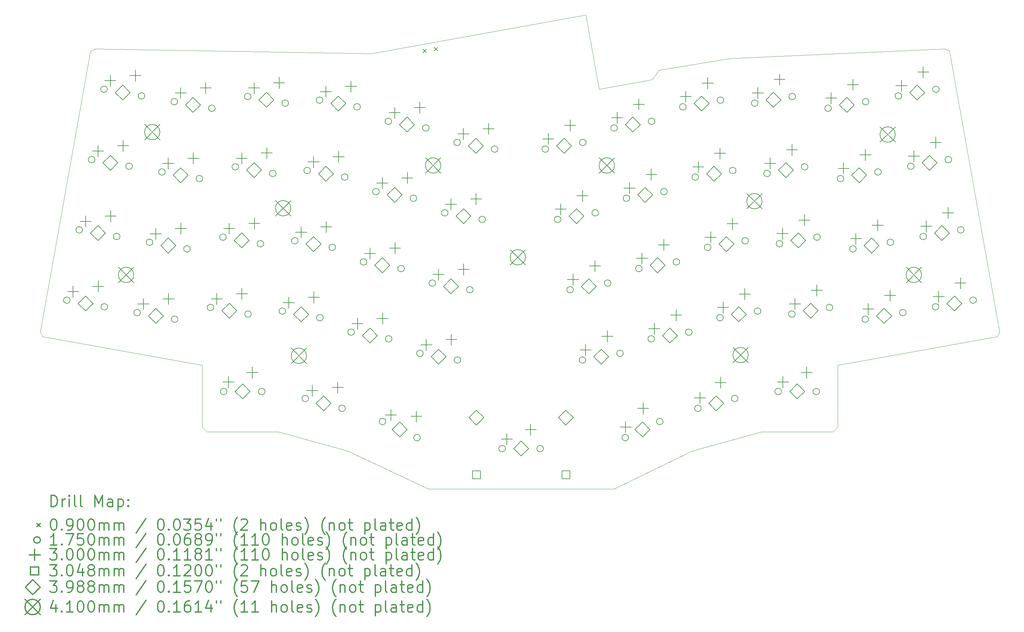
<source format=gbr>
%FSLAX45Y45*%
G04 Gerber Fmt 4.5, Leading zero omitted, Abs format (unit mm)*
G04 Created by KiCad (PCBNEW (5.1.12)-1) date 2022-03-16 07:26:37*
%MOMM*%
%LPD*%
G01*
G04 APERTURE LIST*
%TA.AperFunction,Profile*%
%ADD10C,0.050000*%
%TD*%
%ADD11C,0.200000*%
%ADD12C,0.300000*%
G04 APERTURE END LIST*
D10*
X23241000Y-13081000D02*
X23368000Y-12954000D01*
X10287000Y-13589000D02*
X12446000Y-14605000D01*
X8445500Y-13081000D02*
X10287000Y-13589000D01*
X6540500Y-13081000D02*
X8445500Y-13081000D01*
X6413500Y-12954000D02*
X6540500Y-13081000D01*
X6413500Y-11303000D02*
X6413500Y-12954000D01*
X2159000Y-10541000D02*
X6413500Y-11303000D01*
X2095500Y-10414000D02*
X2159000Y-10541000D01*
X3429000Y-2921000D02*
X2095500Y-10414000D01*
X3556000Y-2857500D02*
X3429000Y-2921000D01*
X10922000Y-2984500D02*
X3556000Y-2857500D01*
X16649700Y-1955800D02*
X10922000Y-2984500D01*
X16998950Y-3930650D02*
X16649700Y-1955800D01*
X18415000Y-3683000D02*
X16998950Y-3930650D01*
X18605500Y-3429000D02*
X18415000Y-3683000D01*
X20510500Y-3111500D02*
X18605500Y-3429000D01*
X26225500Y-2857500D02*
X20510500Y-3111500D01*
X26352500Y-2921000D02*
X26225500Y-2857500D01*
X27686000Y-10414000D02*
X26352500Y-2921000D01*
X27622500Y-10541000D02*
X27686000Y-10414000D01*
X23368000Y-11303000D02*
X27622500Y-10541000D01*
X23368000Y-12954000D02*
X23368000Y-11303000D01*
X21336000Y-13081000D02*
X23241000Y-13081000D01*
X19494500Y-13589000D02*
X21336000Y-13081000D01*
X17399000Y-14605000D02*
X19494500Y-13589000D01*
X12446000Y-14605000D02*
X17399000Y-14605000D01*
D11*
X12304698Y-2869549D02*
X12394698Y-2959549D01*
X12394698Y-2869549D02*
X12304698Y-2959549D01*
X12600141Y-2817454D02*
X12690141Y-2907454D01*
X12690141Y-2817454D02*
X12600141Y-2907454D01*
X2887218Y-9564512D02*
G75*
G03*
X2887218Y-9564512I-87500J0D01*
G01*
X3218018Y-7688454D02*
G75*
G03*
X3218018Y-7688454I-87500J0D01*
G01*
X3548818Y-5812395D02*
G75*
G03*
X3548818Y-5812395I-87500J0D01*
G01*
X3879618Y-3936336D02*
G75*
G03*
X3879618Y-3936336I-87500J0D01*
G01*
X3887783Y-9740939D02*
G75*
G03*
X3887783Y-9740939I-87500J0D01*
G01*
X4218583Y-7864880D02*
G75*
G03*
X4218583Y-7864880I-87500J0D01*
G01*
X4549383Y-5988821D02*
G75*
G03*
X4549383Y-5988821I-87500J0D01*
G01*
X4763277Y-9895312D02*
G75*
G03*
X4763277Y-9895312I-87500J0D01*
G01*
X4880182Y-4112763D02*
G75*
G03*
X4880182Y-4112763I-87500J0D01*
G01*
X5094077Y-8019253D02*
G75*
G03*
X5094077Y-8019253I-87500J0D01*
G01*
X5424877Y-6143195D02*
G75*
G03*
X5424877Y-6143195I-87500J0D01*
G01*
X5755676Y-4267136D02*
G75*
G03*
X5755676Y-4267136I-87500J0D01*
G01*
X5763842Y-10071739D02*
G75*
G03*
X5763842Y-10071739I-87500J0D01*
G01*
X6094641Y-8195680D02*
G75*
G03*
X6094641Y-8195680I-87500J0D01*
G01*
X6425441Y-6319621D02*
G75*
G03*
X6425441Y-6319621I-87500J0D01*
G01*
X6721819Y-9758328D02*
G75*
G03*
X6721819Y-9758328I-87500J0D01*
G01*
X6756241Y-4443562D02*
G75*
G03*
X6756241Y-4443562I-87500J0D01*
G01*
X7052618Y-7882269D02*
G75*
G03*
X7052618Y-7882269I-87500J0D01*
G01*
X7072500Y-12001500D02*
G75*
G03*
X7072500Y-12001500I-87500J0D01*
G01*
X7383418Y-6006211D02*
G75*
G03*
X7383418Y-6006211I-87500J0D01*
G01*
X7714218Y-4130152D02*
G75*
G03*
X7714218Y-4130152I-87500J0D01*
G01*
X7722383Y-9934755D02*
G75*
G03*
X7722383Y-9934755I-87500J0D01*
G01*
X8053183Y-8058696D02*
G75*
G03*
X8053183Y-8058696I-87500J0D01*
G01*
X8088500Y-12001500D02*
G75*
G03*
X8088500Y-12001500I-87500J0D01*
G01*
X8383983Y-6182637D02*
G75*
G03*
X8383983Y-6182637I-87500J0D01*
G01*
X8639119Y-9855236D02*
G75*
G03*
X8639119Y-9855236I-87500J0D01*
G01*
X8714783Y-4306579D02*
G75*
G03*
X8714783Y-4306579I-87500J0D01*
G01*
X8969919Y-7979177D02*
G75*
G03*
X8969919Y-7979177I-87500J0D01*
G01*
X9248810Y-12187520D02*
G75*
G03*
X9248810Y-12187520I-87500J0D01*
G01*
X9300719Y-6103119D02*
G75*
G03*
X9300719Y-6103119I-87500J0D01*
G01*
X9631518Y-4227060D02*
G75*
G03*
X9631518Y-4227060I-87500J0D01*
G01*
X9639684Y-10031663D02*
G75*
G03*
X9639684Y-10031663I-87500J0D01*
G01*
X9970483Y-8155604D02*
G75*
G03*
X9970483Y-8155604I-87500J0D01*
G01*
X10230190Y-12450480D02*
G75*
G03*
X10230190Y-12450480I-87500J0D01*
G01*
X10301283Y-6279545D02*
G75*
G03*
X10301283Y-6279545I-87500J0D01*
G01*
X10473936Y-10419928D02*
G75*
G03*
X10473936Y-10419928I-87500J0D01*
G01*
X10632083Y-4403487D02*
G75*
G03*
X10632083Y-4403487I-87500J0D01*
G01*
X10804736Y-8543869D02*
G75*
G03*
X10804736Y-8543869I-87500J0D01*
G01*
X11135536Y-6667810D02*
G75*
G03*
X11135536Y-6667810I-87500J0D01*
G01*
X11311096Y-12802810D02*
G75*
G03*
X11311096Y-12802810I-87500J0D01*
G01*
X11466336Y-4791752D02*
G75*
G03*
X11466336Y-4791752I-87500J0D01*
G01*
X11474501Y-10596354D02*
G75*
G03*
X11474501Y-10596354I-87500J0D01*
G01*
X11805301Y-8720296D02*
G75*
G03*
X11805301Y-8720296I-87500J0D01*
G01*
X12136100Y-6844237D02*
G75*
G03*
X12136100Y-6844237I-87500J0D01*
G01*
X12231904Y-13232190D02*
G75*
G03*
X12231904Y-13232190I-87500J0D01*
G01*
X12308754Y-10984619D02*
G75*
G03*
X12308754Y-10984619I-87500J0D01*
G01*
X12466900Y-4968178D02*
G75*
G03*
X12466900Y-4968178I-87500J0D01*
G01*
X12639553Y-9108561D02*
G75*
G03*
X12639553Y-9108561I-87500J0D01*
G01*
X12970353Y-7232502D02*
G75*
G03*
X12970353Y-7232502I-87500J0D01*
G01*
X13301153Y-5356443D02*
G75*
G03*
X13301153Y-5356443I-87500J0D01*
G01*
X13309318Y-11161046D02*
G75*
G03*
X13309318Y-11161046I-87500J0D01*
G01*
X13640118Y-9284987D02*
G75*
G03*
X13640118Y-9284987I-87500J0D01*
G01*
X13970918Y-7408928D02*
G75*
G03*
X13970918Y-7408928I-87500J0D01*
G01*
X14301717Y-5532870D02*
G75*
G03*
X14301717Y-5532870I-87500J0D01*
G01*
X14502000Y-13525500D02*
G75*
G03*
X14502000Y-13525500I-87500J0D01*
G01*
X15518000Y-13525500D02*
G75*
G03*
X15518000Y-13525500I-87500J0D01*
G01*
X15654782Y-5532870D02*
G75*
G03*
X15654782Y-5532870I-87500J0D01*
G01*
X15985582Y-7408928D02*
G75*
G03*
X15985582Y-7408928I-87500J0D01*
G01*
X16316382Y-9284987D02*
G75*
G03*
X16316382Y-9284987I-87500J0D01*
G01*
X16647182Y-11161046D02*
G75*
G03*
X16647182Y-11161046I-87500J0D01*
G01*
X16655347Y-5356443D02*
G75*
G03*
X16655347Y-5356443I-87500J0D01*
G01*
X16986147Y-7232502D02*
G75*
G03*
X16986147Y-7232502I-87500J0D01*
G01*
X17316947Y-9108561D02*
G75*
G03*
X17316947Y-9108561I-87500J0D01*
G01*
X17489600Y-4968178D02*
G75*
G03*
X17489600Y-4968178I-87500J0D01*
G01*
X17647746Y-10984619D02*
G75*
G03*
X17647746Y-10984619I-87500J0D01*
G01*
X17788096Y-13232190D02*
G75*
G03*
X17788096Y-13232190I-87500J0D01*
G01*
X17820400Y-6844237D02*
G75*
G03*
X17820400Y-6844237I-87500J0D01*
G01*
X18151199Y-8720296D02*
G75*
G03*
X18151199Y-8720296I-87500J0D01*
G01*
X18481999Y-10596354D02*
G75*
G03*
X18481999Y-10596354I-87500J0D01*
G01*
X18490164Y-4791752D02*
G75*
G03*
X18490164Y-4791752I-87500J0D01*
G01*
X18708904Y-12802810D02*
G75*
G03*
X18708904Y-12802810I-87500J0D01*
G01*
X18820964Y-6667810D02*
G75*
G03*
X18820964Y-6667810I-87500J0D01*
G01*
X19151764Y-8543869D02*
G75*
G03*
X19151764Y-8543869I-87500J0D01*
G01*
X19324417Y-4403487D02*
G75*
G03*
X19324417Y-4403487I-87500J0D01*
G01*
X19482564Y-10419928D02*
G75*
G03*
X19482564Y-10419928I-87500J0D01*
G01*
X19655217Y-6279545D02*
G75*
G03*
X19655217Y-6279545I-87500J0D01*
G01*
X19726310Y-12450480D02*
G75*
G03*
X19726310Y-12450480I-87500J0D01*
G01*
X19986017Y-8155604D02*
G75*
G03*
X19986017Y-8155604I-87500J0D01*
G01*
X20316817Y-10031663D02*
G75*
G03*
X20316817Y-10031663I-87500J0D01*
G01*
X20324982Y-4227060D02*
G75*
G03*
X20324982Y-4227060I-87500J0D01*
G01*
X20655782Y-6103119D02*
G75*
G03*
X20655782Y-6103119I-87500J0D01*
G01*
X20707690Y-12187520D02*
G75*
G03*
X20707690Y-12187520I-87500J0D01*
G01*
X20986581Y-7979177D02*
G75*
G03*
X20986581Y-7979177I-87500J0D01*
G01*
X21241717Y-4306579D02*
G75*
G03*
X21241717Y-4306579I-87500J0D01*
G01*
X21317381Y-9855236D02*
G75*
G03*
X21317381Y-9855236I-87500J0D01*
G01*
X21572517Y-6182637D02*
G75*
G03*
X21572517Y-6182637I-87500J0D01*
G01*
X21868000Y-12001500D02*
G75*
G03*
X21868000Y-12001500I-87500J0D01*
G01*
X21903317Y-8058696D02*
G75*
G03*
X21903317Y-8058696I-87500J0D01*
G01*
X22234117Y-9934755D02*
G75*
G03*
X22234117Y-9934755I-87500J0D01*
G01*
X22242282Y-4130152D02*
G75*
G03*
X22242282Y-4130152I-87500J0D01*
G01*
X22573082Y-6006211D02*
G75*
G03*
X22573082Y-6006211I-87500J0D01*
G01*
X22884000Y-12001500D02*
G75*
G03*
X22884000Y-12001500I-87500J0D01*
G01*
X22903881Y-7882269D02*
G75*
G03*
X22903881Y-7882269I-87500J0D01*
G01*
X23200259Y-4443562D02*
G75*
G03*
X23200259Y-4443562I-87500J0D01*
G01*
X23234681Y-9758328D02*
G75*
G03*
X23234681Y-9758328I-87500J0D01*
G01*
X23531059Y-6319621D02*
G75*
G03*
X23531059Y-6319621I-87500J0D01*
G01*
X23861858Y-8195680D02*
G75*
G03*
X23861858Y-8195680I-87500J0D01*
G01*
X24192658Y-10071739D02*
G75*
G03*
X24192658Y-10071739I-87500J0D01*
G01*
X24200824Y-4267136D02*
G75*
G03*
X24200824Y-4267136I-87500J0D01*
G01*
X24531623Y-6143195D02*
G75*
G03*
X24531623Y-6143195I-87500J0D01*
G01*
X24862423Y-8019253D02*
G75*
G03*
X24862423Y-8019253I-87500J0D01*
G01*
X25076318Y-4112763D02*
G75*
G03*
X25076318Y-4112763I-87500J0D01*
G01*
X25193223Y-9895312D02*
G75*
G03*
X25193223Y-9895312I-87500J0D01*
G01*
X25407117Y-5988821D02*
G75*
G03*
X25407117Y-5988821I-87500J0D01*
G01*
X25737917Y-7864880D02*
G75*
G03*
X25737917Y-7864880I-87500J0D01*
G01*
X26068717Y-9740939D02*
G75*
G03*
X26068717Y-9740939I-87500J0D01*
G01*
X26076882Y-3936336D02*
G75*
G03*
X26076882Y-3936336I-87500J0D01*
G01*
X26407682Y-5812395D02*
G75*
G03*
X26407682Y-5812395I-87500J0D01*
G01*
X26738482Y-7688454D02*
G75*
G03*
X26738482Y-7688454I-87500J0D01*
G01*
X27069282Y-9564512D02*
G75*
G03*
X27069282Y-9564512I-87500J0D01*
G01*
X2968895Y-9186425D02*
X2968895Y-9486425D01*
X2818895Y-9336425D02*
X3118895Y-9336425D01*
X3299695Y-7310366D02*
X3299695Y-7610366D01*
X3149695Y-7460366D02*
X3449695Y-7460366D01*
X3630495Y-5434307D02*
X3630495Y-5734307D01*
X3480495Y-5584307D02*
X3780495Y-5584307D01*
X3638355Y-9046550D02*
X3638355Y-9346550D01*
X3488355Y-9196550D02*
X3788355Y-9196550D01*
X3961295Y-3558248D02*
X3961295Y-3858248D01*
X3811295Y-3708248D02*
X4111295Y-3708248D01*
X3969155Y-7170491D02*
X3969155Y-7470491D01*
X3819155Y-7320491D02*
X4119155Y-7320491D01*
X4299955Y-5294432D02*
X4299955Y-5594432D01*
X4149955Y-5444432D02*
X4449955Y-5444432D01*
X4630754Y-3418374D02*
X4630754Y-3718374D01*
X4480754Y-3568374D02*
X4780754Y-3568374D01*
X4844954Y-9517224D02*
X4844954Y-9817224D01*
X4694954Y-9667224D02*
X4994954Y-9667224D01*
X5175754Y-7641166D02*
X5175754Y-7941166D01*
X5025754Y-7791166D02*
X5325754Y-7791166D01*
X5506554Y-5765107D02*
X5506554Y-6065107D01*
X5356554Y-5915107D02*
X5656554Y-5915107D01*
X5514414Y-9377350D02*
X5514414Y-9677350D01*
X5364414Y-9527350D02*
X5664414Y-9527350D01*
X5837354Y-3889048D02*
X5837354Y-4189048D01*
X5687354Y-4039048D02*
X5987354Y-4039048D01*
X5845214Y-7501291D02*
X5845214Y-7801291D01*
X5695214Y-7651291D02*
X5995214Y-7651291D01*
X6176013Y-5625232D02*
X6176013Y-5925232D01*
X6026013Y-5775232D02*
X6326013Y-5775232D01*
X6506813Y-3749173D02*
X6506813Y-4049173D01*
X6356813Y-3899173D02*
X6656813Y-3899173D01*
X6803496Y-9380241D02*
X6803496Y-9680241D01*
X6653496Y-9530241D02*
X6953496Y-9530241D01*
X7112000Y-11597500D02*
X7112000Y-11897500D01*
X6962000Y-11747500D02*
X7262000Y-11747500D01*
X7134296Y-7504182D02*
X7134296Y-7804182D01*
X6984296Y-7654182D02*
X7284296Y-7654182D01*
X7465095Y-5628123D02*
X7465095Y-5928123D01*
X7315095Y-5778123D02*
X7615095Y-5778123D01*
X7472955Y-9240366D02*
X7472955Y-9540366D01*
X7322955Y-9390366D02*
X7622955Y-9390366D01*
X7747000Y-11343500D02*
X7747000Y-11643500D01*
X7597000Y-11493500D02*
X7897000Y-11493500D01*
X7795895Y-3752064D02*
X7795895Y-4052064D01*
X7645895Y-3902064D02*
X7945895Y-3902064D01*
X7803755Y-7364307D02*
X7803755Y-7664307D01*
X7653755Y-7514307D02*
X7953755Y-7514307D01*
X8134555Y-5488248D02*
X8134555Y-5788248D01*
X7984555Y-5638248D02*
X8284555Y-5638248D01*
X8465355Y-3612189D02*
X8465355Y-3912189D01*
X8315355Y-3762189D02*
X8615355Y-3762189D01*
X8720796Y-9477148D02*
X8720796Y-9777148D01*
X8570796Y-9627148D02*
X8870796Y-9627148D01*
X9051596Y-7601090D02*
X9051596Y-7901090D01*
X8901596Y-7751090D02*
X9201596Y-7751090D01*
X9349722Y-11825045D02*
X9349722Y-12125045D01*
X9199722Y-11975045D02*
X9499722Y-11975045D01*
X9382396Y-5725031D02*
X9382396Y-6025031D01*
X9232396Y-5875031D02*
X9532396Y-5875031D01*
X9390256Y-9337274D02*
X9390256Y-9637274D01*
X9240256Y-9487274D02*
X9540256Y-9487274D01*
X9713196Y-3848972D02*
X9713196Y-4148972D01*
X9563196Y-3998972D02*
X9863196Y-3998972D01*
X9721055Y-7461215D02*
X9721055Y-7761215D01*
X9571055Y-7611215D02*
X9871055Y-7611215D01*
X10028825Y-11744050D02*
X10028825Y-12044050D01*
X9878825Y-11894050D02*
X10178825Y-11894050D01*
X10051855Y-5585156D02*
X10051855Y-5885156D01*
X9901855Y-5735156D02*
X10201855Y-5735156D01*
X10382655Y-3709097D02*
X10382655Y-4009097D01*
X10232655Y-3859097D02*
X10532655Y-3859097D01*
X10555614Y-10041840D02*
X10555614Y-10341840D01*
X10405614Y-10191840D02*
X10705614Y-10191840D01*
X10886413Y-8165781D02*
X10886413Y-8465781D01*
X10736413Y-8315781D02*
X11036413Y-8315781D01*
X11217213Y-6289722D02*
X11217213Y-6589722D01*
X11067213Y-6439722D02*
X11367213Y-6439722D01*
X11225073Y-9901965D02*
X11225073Y-10201965D01*
X11075073Y-10051965D02*
X11375073Y-10051965D01*
X11446042Y-12476280D02*
X11446042Y-12776280D01*
X11296042Y-12626280D02*
X11596042Y-12626280D01*
X11548013Y-4413664D02*
X11548013Y-4713664D01*
X11398013Y-4563664D02*
X11698013Y-4563664D01*
X11555873Y-8025907D02*
X11555873Y-8325907D01*
X11405873Y-8175907D02*
X11705873Y-8175907D01*
X11886672Y-6149848D02*
X11886672Y-6449848D01*
X11736672Y-6299848D02*
X12036672Y-6299848D01*
X12128892Y-12514441D02*
X12128892Y-12814441D01*
X11978892Y-12664441D02*
X12278892Y-12664441D01*
X12217472Y-4273789D02*
X12217472Y-4573789D01*
X12067472Y-4423789D02*
X12367472Y-4423789D01*
X12390431Y-10606532D02*
X12390431Y-10906532D01*
X12240431Y-10756532D02*
X12540431Y-10756532D01*
X12721231Y-8730473D02*
X12721231Y-9030473D01*
X12571231Y-8880473D02*
X12871231Y-8880473D01*
X13052030Y-6854414D02*
X13052030Y-7154414D01*
X12902030Y-7004414D02*
X13202030Y-7004414D01*
X13059890Y-10466657D02*
X13059890Y-10766657D01*
X12909890Y-10616657D02*
X13209890Y-10616657D01*
X13382830Y-4978355D02*
X13382830Y-5278355D01*
X13232830Y-5128355D02*
X13532830Y-5128355D01*
X13390690Y-8590598D02*
X13390690Y-8890598D01*
X13240690Y-8740598D02*
X13540690Y-8740598D01*
X13721490Y-6714539D02*
X13721490Y-7014539D01*
X13571490Y-6864539D02*
X13871490Y-6864539D01*
X14052290Y-4838481D02*
X14052290Y-5138481D01*
X13902290Y-4988481D02*
X14202290Y-4988481D01*
X14541500Y-13121500D02*
X14541500Y-13421500D01*
X14391500Y-13271500D02*
X14691500Y-13271500D01*
X15176500Y-12867500D02*
X15176500Y-13167500D01*
X15026500Y-13017500D02*
X15326500Y-13017500D01*
X15648246Y-5110675D02*
X15648246Y-5410675D01*
X15498246Y-5260675D02*
X15798246Y-5260675D01*
X15979046Y-6986734D02*
X15979046Y-7286734D01*
X15829046Y-7136734D02*
X16129046Y-7136734D01*
X16229493Y-4750267D02*
X16229493Y-5050267D01*
X16079493Y-4900267D02*
X16379493Y-4900267D01*
X16309846Y-8862793D02*
X16309846Y-9162793D01*
X16159846Y-9012793D02*
X16459846Y-9012793D01*
X16560292Y-6626326D02*
X16560292Y-6926326D01*
X16410292Y-6776326D02*
X16710292Y-6776326D01*
X16640646Y-10738852D02*
X16640646Y-11038852D01*
X16490646Y-10888852D02*
X16790646Y-10888852D01*
X16891092Y-8502385D02*
X16891092Y-8802385D01*
X16741092Y-8652385D02*
X17041092Y-8652385D01*
X17221892Y-10378444D02*
X17221892Y-10678444D01*
X17071892Y-10528444D02*
X17371892Y-10528444D01*
X17483064Y-4545984D02*
X17483064Y-4845984D01*
X17333064Y-4695984D02*
X17633064Y-4695984D01*
X17708352Y-12798315D02*
X17708352Y-13098315D01*
X17558352Y-12948315D02*
X17858352Y-12948315D01*
X17813864Y-6422042D02*
X17813864Y-6722042D01*
X17663864Y-6572042D02*
X17963864Y-6572042D01*
X18064310Y-4185576D02*
X18064310Y-4485576D01*
X17914310Y-4335576D02*
X18214310Y-4335576D01*
X18144663Y-8298101D02*
X18144663Y-8598101D01*
X17994663Y-8448101D02*
X18294663Y-8448101D01*
X18176512Y-12299751D02*
X18176512Y-12599751D01*
X18026512Y-12449751D02*
X18326512Y-12449751D01*
X18395110Y-6061635D02*
X18395110Y-6361635D01*
X18245110Y-6211635D02*
X18545110Y-6211635D01*
X18475463Y-10174160D02*
X18475463Y-10474160D01*
X18325463Y-10324160D02*
X18625463Y-10324160D01*
X18725910Y-7937693D02*
X18725910Y-8237693D01*
X18575910Y-8087693D02*
X18875910Y-8087693D01*
X19056709Y-9813752D02*
X19056709Y-10113752D01*
X18906709Y-9963752D02*
X19206709Y-9963752D01*
X19317881Y-3981292D02*
X19317881Y-4281292D01*
X19167881Y-4131292D02*
X19467881Y-4131292D01*
X19648681Y-5857351D02*
X19648681Y-6157351D01*
X19498681Y-6007351D02*
X19798681Y-6007351D01*
X19695742Y-12022265D02*
X19695742Y-12322265D01*
X19545742Y-12172265D02*
X19845742Y-12172265D01*
X19899127Y-3620884D02*
X19899127Y-3920884D01*
X19749127Y-3770884D02*
X20049127Y-3770884D01*
X19979481Y-7733409D02*
X19979481Y-8033409D01*
X19829481Y-7883409D02*
X20129481Y-7883409D01*
X20229927Y-5496943D02*
X20229927Y-5796943D01*
X20079927Y-5646943D02*
X20379927Y-5646943D01*
X20243365Y-11612570D02*
X20243365Y-11912570D01*
X20093365Y-11762570D02*
X20393365Y-11762570D01*
X20310280Y-9609468D02*
X20310280Y-9909468D01*
X20160280Y-9759468D02*
X20460280Y-9759468D01*
X20560727Y-7373002D02*
X20560727Y-7673002D01*
X20410727Y-7523002D02*
X20710727Y-7523002D01*
X20891527Y-9249061D02*
X20891527Y-9549061D01*
X20741527Y-9399061D02*
X21041527Y-9399061D01*
X21235181Y-3884384D02*
X21235181Y-4184384D01*
X21085181Y-4034384D02*
X21385181Y-4034384D01*
X21565981Y-5760443D02*
X21565981Y-6060443D01*
X21415981Y-5910443D02*
X21715981Y-5910443D01*
X21816428Y-3523976D02*
X21816428Y-3823976D01*
X21666428Y-3673976D02*
X21966428Y-3673976D01*
X21896781Y-7636502D02*
X21896781Y-7936502D01*
X21746781Y-7786502D02*
X22046781Y-7786502D01*
X21907500Y-11597500D02*
X21907500Y-11897500D01*
X21757500Y-11747500D02*
X22057500Y-11747500D01*
X22147227Y-5400035D02*
X22147227Y-5700035D01*
X21997227Y-5550035D02*
X22297227Y-5550035D01*
X22227581Y-9512560D02*
X22227581Y-9812560D01*
X22077581Y-9662560D02*
X22377581Y-9662560D01*
X22478027Y-7276094D02*
X22478027Y-7576094D01*
X22328027Y-7426094D02*
X22628027Y-7426094D01*
X22542500Y-11343500D02*
X22542500Y-11643500D01*
X22392500Y-11493500D02*
X22692500Y-11493500D01*
X22808827Y-9152153D02*
X22808827Y-9452153D01*
X22658827Y-9302153D02*
X22958827Y-9302153D01*
X23193723Y-4021368D02*
X23193723Y-4321368D01*
X23043723Y-4171368D02*
X23343723Y-4171368D01*
X23524523Y-5897427D02*
X23524523Y-6197427D01*
X23374523Y-6047427D02*
X23674523Y-6047427D01*
X23774969Y-3660960D02*
X23774969Y-3960960D01*
X23624969Y-3810960D02*
X23924969Y-3810960D01*
X23855322Y-7773485D02*
X23855322Y-8073485D01*
X23705322Y-7923485D02*
X24005322Y-7923485D01*
X24105769Y-5537019D02*
X24105769Y-5837019D01*
X23955769Y-5687019D02*
X24255769Y-5687019D01*
X24186122Y-9649544D02*
X24186122Y-9949544D01*
X24036122Y-9799544D02*
X24336122Y-9799544D01*
X24436569Y-7413078D02*
X24436569Y-7713078D01*
X24286569Y-7563078D02*
X24586569Y-7563078D01*
X24767368Y-9289137D02*
X24767368Y-9589137D01*
X24617368Y-9439137D02*
X24917368Y-9439137D01*
X25069782Y-3690568D02*
X25069782Y-3990568D01*
X24919782Y-3840568D02*
X25219782Y-3840568D01*
X25400581Y-5566627D02*
X25400581Y-5866627D01*
X25250581Y-5716627D02*
X25550581Y-5716627D01*
X25651028Y-3330160D02*
X25651028Y-3630160D01*
X25501028Y-3480160D02*
X25801028Y-3480160D01*
X25731381Y-7442686D02*
X25731381Y-7742686D01*
X25581381Y-7592686D02*
X25881381Y-7592686D01*
X25981828Y-5206219D02*
X25981828Y-5506219D01*
X25831828Y-5356219D02*
X26131828Y-5356219D01*
X26062181Y-9318745D02*
X26062181Y-9618745D01*
X25912181Y-9468745D02*
X26212181Y-9468745D01*
X26312627Y-7082278D02*
X26312627Y-7382278D01*
X26162627Y-7232278D02*
X26462627Y-7232278D01*
X26643427Y-8958337D02*
X26643427Y-9258337D01*
X26493427Y-9108337D02*
X26793427Y-9108337D01*
X13836464Y-14331764D02*
X13836464Y-14116236D01*
X13620936Y-14116236D01*
X13620936Y-14331764D01*
X13836464Y-14331764D01*
X16224064Y-14331764D02*
X16224064Y-14116236D01*
X16008536Y-14116236D01*
X16008536Y-14331764D01*
X16224064Y-14331764D01*
X3300001Y-9852116D02*
X3499391Y-9652726D01*
X3300001Y-9453336D01*
X3100611Y-9652726D01*
X3300001Y-9852116D01*
X3630800Y-7976057D02*
X3830190Y-7776667D01*
X3630800Y-7577277D01*
X3431410Y-7776667D01*
X3630800Y-7976057D01*
X3961600Y-6099998D02*
X4160990Y-5900608D01*
X3961600Y-5701218D01*
X3762210Y-5900608D01*
X3961600Y-6099998D01*
X4292400Y-4223939D02*
X4491790Y-4024549D01*
X4292400Y-3825159D01*
X4093010Y-4024549D01*
X4292400Y-4223939D01*
X5176059Y-10182916D02*
X5375449Y-9983526D01*
X5176059Y-9784136D01*
X4976669Y-9983526D01*
X5176059Y-10182916D01*
X5506859Y-8306857D02*
X5706249Y-8107467D01*
X5506859Y-7908077D01*
X5307469Y-8107467D01*
X5506859Y-8306857D01*
X5837659Y-6430798D02*
X6037049Y-6231408D01*
X5837659Y-6032018D01*
X5638269Y-6231408D01*
X5837659Y-6430798D01*
X6168459Y-4554739D02*
X6367849Y-4355349D01*
X6168459Y-4155959D01*
X5969069Y-4355349D01*
X6168459Y-4554739D01*
X7134601Y-10045932D02*
X7333991Y-9846542D01*
X7134601Y-9647152D01*
X6935211Y-9846542D01*
X7134601Y-10045932D01*
X7465401Y-8169873D02*
X7664791Y-7970483D01*
X7465401Y-7771093D01*
X7266011Y-7970483D01*
X7465401Y-8169873D01*
X7493000Y-12200890D02*
X7692390Y-12001500D01*
X7493000Y-11802110D01*
X7293610Y-12001500D01*
X7493000Y-12200890D01*
X7796201Y-6293814D02*
X7995591Y-6094424D01*
X7796201Y-5895034D01*
X7596811Y-6094424D01*
X7796201Y-6293814D01*
X8127000Y-4417755D02*
X8326390Y-4218365D01*
X8127000Y-4018975D01*
X7927610Y-4218365D01*
X8127000Y-4417755D01*
X9051901Y-10142840D02*
X9251291Y-9943450D01*
X9051901Y-9744060D01*
X8852511Y-9943450D01*
X9051901Y-10142840D01*
X9382701Y-8266781D02*
X9582091Y-8067391D01*
X9382701Y-7868001D01*
X9183311Y-8067391D01*
X9382701Y-8266781D01*
X9652000Y-12518390D02*
X9851390Y-12319000D01*
X9652000Y-12119610D01*
X9452610Y-12319000D01*
X9652000Y-12518390D01*
X9713501Y-6390722D02*
X9912891Y-6191332D01*
X9713501Y-5991942D01*
X9514111Y-6191332D01*
X9713501Y-6390722D01*
X10044301Y-4514663D02*
X10243691Y-4315273D01*
X10044301Y-4115883D01*
X9844911Y-4315273D01*
X10044301Y-4514663D01*
X10886719Y-10707531D02*
X11086109Y-10508141D01*
X10886719Y-10308751D01*
X10687329Y-10508141D01*
X10886719Y-10707531D01*
X11217518Y-8831472D02*
X11416908Y-8632082D01*
X11217518Y-8432692D01*
X11018128Y-8632082D01*
X11217518Y-8831472D01*
X11548318Y-6955414D02*
X11747708Y-6756024D01*
X11548318Y-6556634D01*
X11348928Y-6756024D01*
X11548318Y-6955414D01*
X11684000Y-13216890D02*
X11883390Y-13017500D01*
X11684000Y-12818110D01*
X11484610Y-13017500D01*
X11684000Y-13216890D01*
X11879118Y-5079355D02*
X12078508Y-4879965D01*
X11879118Y-4680575D01*
X11679728Y-4879965D01*
X11879118Y-5079355D01*
X12721536Y-11272223D02*
X12920926Y-11072833D01*
X12721536Y-10873443D01*
X12522146Y-11072833D01*
X12721536Y-11272223D01*
X13052336Y-9396164D02*
X13251726Y-9196774D01*
X13052336Y-8997384D01*
X12852946Y-9196774D01*
X13052336Y-9396164D01*
X13383135Y-7520105D02*
X13582525Y-7320715D01*
X13383135Y-7121325D01*
X13183745Y-7320715D01*
X13383135Y-7520105D01*
X13713935Y-5644046D02*
X13913325Y-5444656D01*
X13713935Y-5245266D01*
X13514545Y-5444656D01*
X13713935Y-5644046D01*
X13728700Y-12899390D02*
X13928090Y-12700000D01*
X13728700Y-12500610D01*
X13529310Y-12700000D01*
X13728700Y-12899390D01*
X14922500Y-13724890D02*
X15121890Y-13525500D01*
X14922500Y-13326110D01*
X14723110Y-13525500D01*
X14922500Y-13724890D01*
X16067565Y-5644046D02*
X16266955Y-5444656D01*
X16067565Y-5245266D01*
X15868175Y-5444656D01*
X16067565Y-5644046D01*
X16116300Y-12899390D02*
X16315690Y-12700000D01*
X16116300Y-12500610D01*
X15916910Y-12700000D01*
X16116300Y-12899390D01*
X16398364Y-7520105D02*
X16597754Y-7320715D01*
X16398364Y-7121325D01*
X16198974Y-7320715D01*
X16398364Y-7520105D01*
X16729164Y-9396164D02*
X16928554Y-9196774D01*
X16729164Y-8997384D01*
X16529774Y-9196774D01*
X16729164Y-9396164D01*
X17059964Y-11272223D02*
X17259354Y-11072833D01*
X17059964Y-10873443D01*
X16860574Y-11072833D01*
X17059964Y-11272223D01*
X17902382Y-5079355D02*
X18101772Y-4879965D01*
X17902382Y-4680575D01*
X17702992Y-4879965D01*
X17902382Y-5079355D01*
X18161000Y-13216890D02*
X18360390Y-13017500D01*
X18161000Y-12818110D01*
X17961610Y-13017500D01*
X18161000Y-13216890D01*
X18233182Y-6955414D02*
X18432572Y-6756024D01*
X18233182Y-6556634D01*
X18033792Y-6756024D01*
X18233182Y-6955414D01*
X18563982Y-8831472D02*
X18763372Y-8632082D01*
X18563982Y-8432692D01*
X18364592Y-8632082D01*
X18563982Y-8831472D01*
X18894781Y-10707531D02*
X19094171Y-10508141D01*
X18894781Y-10308751D01*
X18695391Y-10508141D01*
X18894781Y-10707531D01*
X19737199Y-4514663D02*
X19936589Y-4315273D01*
X19737199Y-4115883D01*
X19537809Y-4315273D01*
X19737199Y-4514663D01*
X20067999Y-6390722D02*
X20267389Y-6191332D01*
X20067999Y-5991942D01*
X19868609Y-6191332D01*
X20067999Y-6390722D01*
X20129500Y-12518390D02*
X20328890Y-12319000D01*
X20129500Y-12119610D01*
X19930110Y-12319000D01*
X20129500Y-12518390D01*
X20398799Y-8266781D02*
X20598189Y-8067391D01*
X20398799Y-7868001D01*
X20199409Y-8067391D01*
X20398799Y-8266781D01*
X20729599Y-10142840D02*
X20928989Y-9943450D01*
X20729599Y-9744060D01*
X20530209Y-9943450D01*
X20729599Y-10142840D01*
X21654500Y-4417755D02*
X21853890Y-4218365D01*
X21654500Y-4018975D01*
X21455110Y-4218365D01*
X21654500Y-4417755D01*
X21985299Y-6293814D02*
X22184689Y-6094424D01*
X21985299Y-5895034D01*
X21785909Y-6094424D01*
X21985299Y-6293814D01*
X22288500Y-12200890D02*
X22487890Y-12001500D01*
X22288500Y-11802110D01*
X22089110Y-12001500D01*
X22288500Y-12200890D01*
X22316099Y-8169873D02*
X22515489Y-7970483D01*
X22316099Y-7771093D01*
X22116709Y-7970483D01*
X22316099Y-8169873D01*
X22646899Y-10045932D02*
X22846289Y-9846542D01*
X22646899Y-9647152D01*
X22447509Y-9846542D01*
X22646899Y-10045932D01*
X23613041Y-4554739D02*
X23812431Y-4355349D01*
X23613041Y-4155959D01*
X23413651Y-4355349D01*
X23613041Y-4554739D01*
X23943841Y-6430798D02*
X24143231Y-6231408D01*
X23943841Y-6032018D01*
X23744451Y-6231408D01*
X23943841Y-6430798D01*
X24274641Y-8306857D02*
X24474031Y-8107467D01*
X24274641Y-7908077D01*
X24075251Y-8107467D01*
X24274641Y-8306857D01*
X24605441Y-10182916D02*
X24804831Y-9983526D01*
X24605441Y-9784136D01*
X24406051Y-9983526D01*
X24605441Y-10182916D01*
X25489100Y-4223939D02*
X25688490Y-4024549D01*
X25489100Y-3825159D01*
X25289710Y-4024549D01*
X25489100Y-4223939D01*
X25819900Y-6099998D02*
X26019290Y-5900608D01*
X25819900Y-5701218D01*
X25620510Y-5900608D01*
X25819900Y-6099998D01*
X26150700Y-7976057D02*
X26350090Y-7776667D01*
X26150700Y-7577277D01*
X25951310Y-7776667D01*
X26150700Y-7976057D01*
X26481499Y-9852116D02*
X26680889Y-9652726D01*
X26481499Y-9453336D01*
X26282109Y-9652726D01*
X26481499Y-9852116D01*
X4176500Y-8685000D02*
X4586500Y-9095000D01*
X4586500Y-8685000D02*
X4176500Y-9095000D01*
X4586500Y-8890000D02*
G75*
G03*
X4586500Y-8890000I-205000J0D01*
G01*
X4875000Y-4875000D02*
X5285000Y-5285000D01*
X5285000Y-4875000D02*
X4875000Y-5285000D01*
X5285000Y-5080000D02*
G75*
G03*
X5285000Y-5080000I-205000J0D01*
G01*
X8367500Y-6907000D02*
X8777500Y-7317000D01*
X8777500Y-6907000D02*
X8367500Y-7317000D01*
X8777500Y-7112000D02*
G75*
G03*
X8777500Y-7112000I-205000J0D01*
G01*
X8786600Y-10844000D02*
X9196600Y-11254000D01*
X9196600Y-10844000D02*
X8786600Y-11254000D01*
X9196600Y-11049000D02*
G75*
G03*
X9196600Y-11049000I-205000J0D01*
G01*
X12368000Y-5764000D02*
X12778000Y-6174000D01*
X12778000Y-5764000D02*
X12368000Y-6174000D01*
X12778000Y-5969000D02*
G75*
G03*
X12778000Y-5969000I-205000J0D01*
G01*
X14628600Y-8215100D02*
X15038600Y-8625100D01*
X15038600Y-8215100D02*
X14628600Y-8625100D01*
X15038600Y-8420100D02*
G75*
G03*
X15038600Y-8420100I-205000J0D01*
G01*
X17003500Y-5764000D02*
X17413500Y-6174000D01*
X17413500Y-5764000D02*
X17003500Y-6174000D01*
X17413500Y-5969000D02*
G75*
G03*
X17413500Y-5969000I-205000J0D01*
G01*
X20572200Y-10824950D02*
X20982200Y-11234950D01*
X20982200Y-10824950D02*
X20572200Y-11234950D01*
X20982200Y-11029950D02*
G75*
G03*
X20982200Y-11029950I-205000J0D01*
G01*
X20940500Y-6716500D02*
X21350500Y-7126500D01*
X21350500Y-6716500D02*
X20940500Y-7126500D01*
X21350500Y-6921500D02*
G75*
G03*
X21350500Y-6921500I-205000J0D01*
G01*
X24496500Y-4938500D02*
X24906500Y-5348500D01*
X24906500Y-4938500D02*
X24496500Y-5348500D01*
X24906500Y-5143500D02*
G75*
G03*
X24906500Y-5143500I-205000J0D01*
G01*
X25195000Y-8685000D02*
X25605000Y-9095000D01*
X25605000Y-8685000D02*
X25195000Y-9095000D01*
X25605000Y-8890000D02*
G75*
G03*
X25605000Y-8890000I-205000J0D01*
G01*
D12*
X2379428Y-15073214D02*
X2379428Y-14773214D01*
X2450857Y-14773214D01*
X2493714Y-14787500D01*
X2522286Y-14816071D01*
X2536571Y-14844643D01*
X2550857Y-14901786D01*
X2550857Y-14944643D01*
X2536571Y-15001786D01*
X2522286Y-15030357D01*
X2493714Y-15058929D01*
X2450857Y-15073214D01*
X2379428Y-15073214D01*
X2679428Y-15073214D02*
X2679428Y-14873214D01*
X2679428Y-14930357D02*
X2693714Y-14901786D01*
X2708000Y-14887500D01*
X2736571Y-14873214D01*
X2765143Y-14873214D01*
X2865143Y-15073214D02*
X2865143Y-14873214D01*
X2865143Y-14773214D02*
X2850857Y-14787500D01*
X2865143Y-14801786D01*
X2879428Y-14787500D01*
X2865143Y-14773214D01*
X2865143Y-14801786D01*
X3050857Y-15073214D02*
X3022286Y-15058929D01*
X3008000Y-15030357D01*
X3008000Y-14773214D01*
X3208000Y-15073214D02*
X3179428Y-15058929D01*
X3165143Y-15030357D01*
X3165143Y-14773214D01*
X3550857Y-15073214D02*
X3550857Y-14773214D01*
X3650857Y-14987500D01*
X3750857Y-14773214D01*
X3750857Y-15073214D01*
X4022286Y-15073214D02*
X4022286Y-14916071D01*
X4008000Y-14887500D01*
X3979428Y-14873214D01*
X3922286Y-14873214D01*
X3893714Y-14887500D01*
X4022286Y-15058929D02*
X3993714Y-15073214D01*
X3922286Y-15073214D01*
X3893714Y-15058929D01*
X3879428Y-15030357D01*
X3879428Y-15001786D01*
X3893714Y-14973214D01*
X3922286Y-14958929D01*
X3993714Y-14958929D01*
X4022286Y-14944643D01*
X4165143Y-14873214D02*
X4165143Y-15173214D01*
X4165143Y-14887500D02*
X4193714Y-14873214D01*
X4250857Y-14873214D01*
X4279428Y-14887500D01*
X4293714Y-14901786D01*
X4308000Y-14930357D01*
X4308000Y-15016071D01*
X4293714Y-15044643D01*
X4279428Y-15058929D01*
X4250857Y-15073214D01*
X4193714Y-15073214D01*
X4165143Y-15058929D01*
X4436571Y-15044643D02*
X4450857Y-15058929D01*
X4436571Y-15073214D01*
X4422286Y-15058929D01*
X4436571Y-15044643D01*
X4436571Y-15073214D01*
X4436571Y-14887500D02*
X4450857Y-14901786D01*
X4436571Y-14916071D01*
X4422286Y-14901786D01*
X4436571Y-14887500D01*
X4436571Y-14916071D01*
X2003000Y-15522500D02*
X2093000Y-15612500D01*
X2093000Y-15522500D02*
X2003000Y-15612500D01*
X2436571Y-15403214D02*
X2465143Y-15403214D01*
X2493714Y-15417500D01*
X2508000Y-15431786D01*
X2522286Y-15460357D01*
X2536571Y-15517500D01*
X2536571Y-15588929D01*
X2522286Y-15646071D01*
X2508000Y-15674643D01*
X2493714Y-15688929D01*
X2465143Y-15703214D01*
X2436571Y-15703214D01*
X2408000Y-15688929D01*
X2393714Y-15674643D01*
X2379428Y-15646071D01*
X2365143Y-15588929D01*
X2365143Y-15517500D01*
X2379428Y-15460357D01*
X2393714Y-15431786D01*
X2408000Y-15417500D01*
X2436571Y-15403214D01*
X2665143Y-15674643D02*
X2679428Y-15688929D01*
X2665143Y-15703214D01*
X2650857Y-15688929D01*
X2665143Y-15674643D01*
X2665143Y-15703214D01*
X2822286Y-15703214D02*
X2879428Y-15703214D01*
X2908000Y-15688929D01*
X2922286Y-15674643D01*
X2950857Y-15631786D01*
X2965143Y-15574643D01*
X2965143Y-15460357D01*
X2950857Y-15431786D01*
X2936571Y-15417500D01*
X2908000Y-15403214D01*
X2850857Y-15403214D01*
X2822286Y-15417500D01*
X2808000Y-15431786D01*
X2793714Y-15460357D01*
X2793714Y-15531786D01*
X2808000Y-15560357D01*
X2822286Y-15574643D01*
X2850857Y-15588929D01*
X2908000Y-15588929D01*
X2936571Y-15574643D01*
X2950857Y-15560357D01*
X2965143Y-15531786D01*
X3150857Y-15403214D02*
X3179428Y-15403214D01*
X3208000Y-15417500D01*
X3222286Y-15431786D01*
X3236571Y-15460357D01*
X3250857Y-15517500D01*
X3250857Y-15588929D01*
X3236571Y-15646071D01*
X3222286Y-15674643D01*
X3208000Y-15688929D01*
X3179428Y-15703214D01*
X3150857Y-15703214D01*
X3122286Y-15688929D01*
X3108000Y-15674643D01*
X3093714Y-15646071D01*
X3079428Y-15588929D01*
X3079428Y-15517500D01*
X3093714Y-15460357D01*
X3108000Y-15431786D01*
X3122286Y-15417500D01*
X3150857Y-15403214D01*
X3436571Y-15403214D02*
X3465143Y-15403214D01*
X3493714Y-15417500D01*
X3508000Y-15431786D01*
X3522286Y-15460357D01*
X3536571Y-15517500D01*
X3536571Y-15588929D01*
X3522286Y-15646071D01*
X3508000Y-15674643D01*
X3493714Y-15688929D01*
X3465143Y-15703214D01*
X3436571Y-15703214D01*
X3408000Y-15688929D01*
X3393714Y-15674643D01*
X3379428Y-15646071D01*
X3365143Y-15588929D01*
X3365143Y-15517500D01*
X3379428Y-15460357D01*
X3393714Y-15431786D01*
X3408000Y-15417500D01*
X3436571Y-15403214D01*
X3665143Y-15703214D02*
X3665143Y-15503214D01*
X3665143Y-15531786D02*
X3679428Y-15517500D01*
X3708000Y-15503214D01*
X3750857Y-15503214D01*
X3779428Y-15517500D01*
X3793714Y-15546071D01*
X3793714Y-15703214D01*
X3793714Y-15546071D02*
X3808000Y-15517500D01*
X3836571Y-15503214D01*
X3879428Y-15503214D01*
X3908000Y-15517500D01*
X3922286Y-15546071D01*
X3922286Y-15703214D01*
X4065143Y-15703214D02*
X4065143Y-15503214D01*
X4065143Y-15531786D02*
X4079428Y-15517500D01*
X4108000Y-15503214D01*
X4150857Y-15503214D01*
X4179428Y-15517500D01*
X4193714Y-15546071D01*
X4193714Y-15703214D01*
X4193714Y-15546071D02*
X4208000Y-15517500D01*
X4236571Y-15503214D01*
X4279428Y-15503214D01*
X4308000Y-15517500D01*
X4322286Y-15546071D01*
X4322286Y-15703214D01*
X4908000Y-15388929D02*
X4650857Y-15774643D01*
X5293714Y-15403214D02*
X5322286Y-15403214D01*
X5350857Y-15417500D01*
X5365143Y-15431786D01*
X5379428Y-15460357D01*
X5393714Y-15517500D01*
X5393714Y-15588929D01*
X5379428Y-15646071D01*
X5365143Y-15674643D01*
X5350857Y-15688929D01*
X5322286Y-15703214D01*
X5293714Y-15703214D01*
X5265143Y-15688929D01*
X5250857Y-15674643D01*
X5236571Y-15646071D01*
X5222286Y-15588929D01*
X5222286Y-15517500D01*
X5236571Y-15460357D01*
X5250857Y-15431786D01*
X5265143Y-15417500D01*
X5293714Y-15403214D01*
X5522286Y-15674643D02*
X5536571Y-15688929D01*
X5522286Y-15703214D01*
X5508000Y-15688929D01*
X5522286Y-15674643D01*
X5522286Y-15703214D01*
X5722286Y-15403214D02*
X5750857Y-15403214D01*
X5779428Y-15417500D01*
X5793714Y-15431786D01*
X5808000Y-15460357D01*
X5822286Y-15517500D01*
X5822286Y-15588929D01*
X5808000Y-15646071D01*
X5793714Y-15674643D01*
X5779428Y-15688929D01*
X5750857Y-15703214D01*
X5722286Y-15703214D01*
X5693714Y-15688929D01*
X5679428Y-15674643D01*
X5665143Y-15646071D01*
X5650857Y-15588929D01*
X5650857Y-15517500D01*
X5665143Y-15460357D01*
X5679428Y-15431786D01*
X5693714Y-15417500D01*
X5722286Y-15403214D01*
X5922286Y-15403214D02*
X6108000Y-15403214D01*
X6008000Y-15517500D01*
X6050857Y-15517500D01*
X6079428Y-15531786D01*
X6093714Y-15546071D01*
X6108000Y-15574643D01*
X6108000Y-15646071D01*
X6093714Y-15674643D01*
X6079428Y-15688929D01*
X6050857Y-15703214D01*
X5965143Y-15703214D01*
X5936571Y-15688929D01*
X5922286Y-15674643D01*
X6379428Y-15403214D02*
X6236571Y-15403214D01*
X6222286Y-15546071D01*
X6236571Y-15531786D01*
X6265143Y-15517500D01*
X6336571Y-15517500D01*
X6365143Y-15531786D01*
X6379428Y-15546071D01*
X6393714Y-15574643D01*
X6393714Y-15646071D01*
X6379428Y-15674643D01*
X6365143Y-15688929D01*
X6336571Y-15703214D01*
X6265143Y-15703214D01*
X6236571Y-15688929D01*
X6222286Y-15674643D01*
X6650857Y-15503214D02*
X6650857Y-15703214D01*
X6579428Y-15388929D02*
X6508000Y-15603214D01*
X6693714Y-15603214D01*
X6793714Y-15403214D02*
X6793714Y-15460357D01*
X6908000Y-15403214D02*
X6908000Y-15460357D01*
X7350857Y-15817500D02*
X7336571Y-15803214D01*
X7308000Y-15760357D01*
X7293714Y-15731786D01*
X7279428Y-15688929D01*
X7265143Y-15617500D01*
X7265143Y-15560357D01*
X7279428Y-15488929D01*
X7293714Y-15446071D01*
X7308000Y-15417500D01*
X7336571Y-15374643D01*
X7350857Y-15360357D01*
X7450857Y-15431786D02*
X7465143Y-15417500D01*
X7493714Y-15403214D01*
X7565143Y-15403214D01*
X7593714Y-15417500D01*
X7608000Y-15431786D01*
X7622286Y-15460357D01*
X7622286Y-15488929D01*
X7608000Y-15531786D01*
X7436571Y-15703214D01*
X7622286Y-15703214D01*
X7979428Y-15703214D02*
X7979428Y-15403214D01*
X8108000Y-15703214D02*
X8108000Y-15546071D01*
X8093714Y-15517500D01*
X8065143Y-15503214D01*
X8022286Y-15503214D01*
X7993714Y-15517500D01*
X7979428Y-15531786D01*
X8293714Y-15703214D02*
X8265143Y-15688929D01*
X8250857Y-15674643D01*
X8236571Y-15646071D01*
X8236571Y-15560357D01*
X8250857Y-15531786D01*
X8265143Y-15517500D01*
X8293714Y-15503214D01*
X8336571Y-15503214D01*
X8365143Y-15517500D01*
X8379428Y-15531786D01*
X8393714Y-15560357D01*
X8393714Y-15646071D01*
X8379428Y-15674643D01*
X8365143Y-15688929D01*
X8336571Y-15703214D01*
X8293714Y-15703214D01*
X8565143Y-15703214D02*
X8536571Y-15688929D01*
X8522286Y-15660357D01*
X8522286Y-15403214D01*
X8793714Y-15688929D02*
X8765143Y-15703214D01*
X8708000Y-15703214D01*
X8679428Y-15688929D01*
X8665143Y-15660357D01*
X8665143Y-15546071D01*
X8679428Y-15517500D01*
X8708000Y-15503214D01*
X8765143Y-15503214D01*
X8793714Y-15517500D01*
X8808000Y-15546071D01*
X8808000Y-15574643D01*
X8665143Y-15603214D01*
X8922286Y-15688929D02*
X8950857Y-15703214D01*
X9008000Y-15703214D01*
X9036571Y-15688929D01*
X9050857Y-15660357D01*
X9050857Y-15646071D01*
X9036571Y-15617500D01*
X9008000Y-15603214D01*
X8965143Y-15603214D01*
X8936571Y-15588929D01*
X8922286Y-15560357D01*
X8922286Y-15546071D01*
X8936571Y-15517500D01*
X8965143Y-15503214D01*
X9008000Y-15503214D01*
X9036571Y-15517500D01*
X9150857Y-15817500D02*
X9165143Y-15803214D01*
X9193714Y-15760357D01*
X9208000Y-15731786D01*
X9222286Y-15688929D01*
X9236571Y-15617500D01*
X9236571Y-15560357D01*
X9222286Y-15488929D01*
X9208000Y-15446071D01*
X9193714Y-15417500D01*
X9165143Y-15374643D01*
X9150857Y-15360357D01*
X9693714Y-15817500D02*
X9679428Y-15803214D01*
X9650857Y-15760357D01*
X9636571Y-15731786D01*
X9622286Y-15688929D01*
X9608000Y-15617500D01*
X9608000Y-15560357D01*
X9622286Y-15488929D01*
X9636571Y-15446071D01*
X9650857Y-15417500D01*
X9679428Y-15374643D01*
X9693714Y-15360357D01*
X9808000Y-15503214D02*
X9808000Y-15703214D01*
X9808000Y-15531786D02*
X9822286Y-15517500D01*
X9850857Y-15503214D01*
X9893714Y-15503214D01*
X9922286Y-15517500D01*
X9936571Y-15546071D01*
X9936571Y-15703214D01*
X10122286Y-15703214D02*
X10093714Y-15688929D01*
X10079428Y-15674643D01*
X10065143Y-15646071D01*
X10065143Y-15560357D01*
X10079428Y-15531786D01*
X10093714Y-15517500D01*
X10122286Y-15503214D01*
X10165143Y-15503214D01*
X10193714Y-15517500D01*
X10208000Y-15531786D01*
X10222286Y-15560357D01*
X10222286Y-15646071D01*
X10208000Y-15674643D01*
X10193714Y-15688929D01*
X10165143Y-15703214D01*
X10122286Y-15703214D01*
X10308000Y-15503214D02*
X10422286Y-15503214D01*
X10350857Y-15403214D02*
X10350857Y-15660357D01*
X10365143Y-15688929D01*
X10393714Y-15703214D01*
X10422286Y-15703214D01*
X10750857Y-15503214D02*
X10750857Y-15803214D01*
X10750857Y-15517500D02*
X10779428Y-15503214D01*
X10836571Y-15503214D01*
X10865143Y-15517500D01*
X10879428Y-15531786D01*
X10893714Y-15560357D01*
X10893714Y-15646071D01*
X10879428Y-15674643D01*
X10865143Y-15688929D01*
X10836571Y-15703214D01*
X10779428Y-15703214D01*
X10750857Y-15688929D01*
X11065143Y-15703214D02*
X11036571Y-15688929D01*
X11022286Y-15660357D01*
X11022286Y-15403214D01*
X11308000Y-15703214D02*
X11308000Y-15546071D01*
X11293714Y-15517500D01*
X11265143Y-15503214D01*
X11208000Y-15503214D01*
X11179428Y-15517500D01*
X11308000Y-15688929D02*
X11279428Y-15703214D01*
X11208000Y-15703214D01*
X11179428Y-15688929D01*
X11165143Y-15660357D01*
X11165143Y-15631786D01*
X11179428Y-15603214D01*
X11208000Y-15588929D01*
X11279428Y-15588929D01*
X11308000Y-15574643D01*
X11408000Y-15503214D02*
X11522286Y-15503214D01*
X11450857Y-15403214D02*
X11450857Y-15660357D01*
X11465143Y-15688929D01*
X11493714Y-15703214D01*
X11522286Y-15703214D01*
X11736571Y-15688929D02*
X11708000Y-15703214D01*
X11650857Y-15703214D01*
X11622286Y-15688929D01*
X11608000Y-15660357D01*
X11608000Y-15546071D01*
X11622286Y-15517500D01*
X11650857Y-15503214D01*
X11708000Y-15503214D01*
X11736571Y-15517500D01*
X11750857Y-15546071D01*
X11750857Y-15574643D01*
X11608000Y-15603214D01*
X12008000Y-15703214D02*
X12008000Y-15403214D01*
X12008000Y-15688929D02*
X11979428Y-15703214D01*
X11922286Y-15703214D01*
X11893714Y-15688929D01*
X11879428Y-15674643D01*
X11865143Y-15646071D01*
X11865143Y-15560357D01*
X11879428Y-15531786D01*
X11893714Y-15517500D01*
X11922286Y-15503214D01*
X11979428Y-15503214D01*
X12008000Y-15517500D01*
X12122286Y-15817500D02*
X12136571Y-15803214D01*
X12165143Y-15760357D01*
X12179428Y-15731786D01*
X12193714Y-15688929D01*
X12208000Y-15617500D01*
X12208000Y-15560357D01*
X12193714Y-15488929D01*
X12179428Y-15446071D01*
X12165143Y-15417500D01*
X12136571Y-15374643D01*
X12122286Y-15360357D01*
X2093000Y-15963500D02*
G75*
G03*
X2093000Y-15963500I-87500J0D01*
G01*
X2536571Y-16099214D02*
X2365143Y-16099214D01*
X2450857Y-16099214D02*
X2450857Y-15799214D01*
X2422286Y-15842071D01*
X2393714Y-15870643D01*
X2365143Y-15884929D01*
X2665143Y-16070643D02*
X2679428Y-16084929D01*
X2665143Y-16099214D01*
X2650857Y-16084929D01*
X2665143Y-16070643D01*
X2665143Y-16099214D01*
X2779428Y-15799214D02*
X2979428Y-15799214D01*
X2850857Y-16099214D01*
X3236571Y-15799214D02*
X3093714Y-15799214D01*
X3079428Y-15942071D01*
X3093714Y-15927786D01*
X3122286Y-15913500D01*
X3193714Y-15913500D01*
X3222286Y-15927786D01*
X3236571Y-15942071D01*
X3250857Y-15970643D01*
X3250857Y-16042071D01*
X3236571Y-16070643D01*
X3222286Y-16084929D01*
X3193714Y-16099214D01*
X3122286Y-16099214D01*
X3093714Y-16084929D01*
X3079428Y-16070643D01*
X3436571Y-15799214D02*
X3465143Y-15799214D01*
X3493714Y-15813500D01*
X3508000Y-15827786D01*
X3522286Y-15856357D01*
X3536571Y-15913500D01*
X3536571Y-15984929D01*
X3522286Y-16042071D01*
X3508000Y-16070643D01*
X3493714Y-16084929D01*
X3465143Y-16099214D01*
X3436571Y-16099214D01*
X3408000Y-16084929D01*
X3393714Y-16070643D01*
X3379428Y-16042071D01*
X3365143Y-15984929D01*
X3365143Y-15913500D01*
X3379428Y-15856357D01*
X3393714Y-15827786D01*
X3408000Y-15813500D01*
X3436571Y-15799214D01*
X3665143Y-16099214D02*
X3665143Y-15899214D01*
X3665143Y-15927786D02*
X3679428Y-15913500D01*
X3708000Y-15899214D01*
X3750857Y-15899214D01*
X3779428Y-15913500D01*
X3793714Y-15942071D01*
X3793714Y-16099214D01*
X3793714Y-15942071D02*
X3808000Y-15913500D01*
X3836571Y-15899214D01*
X3879428Y-15899214D01*
X3908000Y-15913500D01*
X3922286Y-15942071D01*
X3922286Y-16099214D01*
X4065143Y-16099214D02*
X4065143Y-15899214D01*
X4065143Y-15927786D02*
X4079428Y-15913500D01*
X4108000Y-15899214D01*
X4150857Y-15899214D01*
X4179428Y-15913500D01*
X4193714Y-15942071D01*
X4193714Y-16099214D01*
X4193714Y-15942071D02*
X4208000Y-15913500D01*
X4236571Y-15899214D01*
X4279428Y-15899214D01*
X4308000Y-15913500D01*
X4322286Y-15942071D01*
X4322286Y-16099214D01*
X4908000Y-15784929D02*
X4650857Y-16170643D01*
X5293714Y-15799214D02*
X5322286Y-15799214D01*
X5350857Y-15813500D01*
X5365143Y-15827786D01*
X5379428Y-15856357D01*
X5393714Y-15913500D01*
X5393714Y-15984929D01*
X5379428Y-16042071D01*
X5365143Y-16070643D01*
X5350857Y-16084929D01*
X5322286Y-16099214D01*
X5293714Y-16099214D01*
X5265143Y-16084929D01*
X5250857Y-16070643D01*
X5236571Y-16042071D01*
X5222286Y-15984929D01*
X5222286Y-15913500D01*
X5236571Y-15856357D01*
X5250857Y-15827786D01*
X5265143Y-15813500D01*
X5293714Y-15799214D01*
X5522286Y-16070643D02*
X5536571Y-16084929D01*
X5522286Y-16099214D01*
X5508000Y-16084929D01*
X5522286Y-16070643D01*
X5522286Y-16099214D01*
X5722286Y-15799214D02*
X5750857Y-15799214D01*
X5779428Y-15813500D01*
X5793714Y-15827786D01*
X5808000Y-15856357D01*
X5822286Y-15913500D01*
X5822286Y-15984929D01*
X5808000Y-16042071D01*
X5793714Y-16070643D01*
X5779428Y-16084929D01*
X5750857Y-16099214D01*
X5722286Y-16099214D01*
X5693714Y-16084929D01*
X5679428Y-16070643D01*
X5665143Y-16042071D01*
X5650857Y-15984929D01*
X5650857Y-15913500D01*
X5665143Y-15856357D01*
X5679428Y-15827786D01*
X5693714Y-15813500D01*
X5722286Y-15799214D01*
X6079428Y-15799214D02*
X6022286Y-15799214D01*
X5993714Y-15813500D01*
X5979428Y-15827786D01*
X5950857Y-15870643D01*
X5936571Y-15927786D01*
X5936571Y-16042071D01*
X5950857Y-16070643D01*
X5965143Y-16084929D01*
X5993714Y-16099214D01*
X6050857Y-16099214D01*
X6079428Y-16084929D01*
X6093714Y-16070643D01*
X6108000Y-16042071D01*
X6108000Y-15970643D01*
X6093714Y-15942071D01*
X6079428Y-15927786D01*
X6050857Y-15913500D01*
X5993714Y-15913500D01*
X5965143Y-15927786D01*
X5950857Y-15942071D01*
X5936571Y-15970643D01*
X6279428Y-15927786D02*
X6250857Y-15913500D01*
X6236571Y-15899214D01*
X6222286Y-15870643D01*
X6222286Y-15856357D01*
X6236571Y-15827786D01*
X6250857Y-15813500D01*
X6279428Y-15799214D01*
X6336571Y-15799214D01*
X6365143Y-15813500D01*
X6379428Y-15827786D01*
X6393714Y-15856357D01*
X6393714Y-15870643D01*
X6379428Y-15899214D01*
X6365143Y-15913500D01*
X6336571Y-15927786D01*
X6279428Y-15927786D01*
X6250857Y-15942071D01*
X6236571Y-15956357D01*
X6222286Y-15984929D01*
X6222286Y-16042071D01*
X6236571Y-16070643D01*
X6250857Y-16084929D01*
X6279428Y-16099214D01*
X6336571Y-16099214D01*
X6365143Y-16084929D01*
X6379428Y-16070643D01*
X6393714Y-16042071D01*
X6393714Y-15984929D01*
X6379428Y-15956357D01*
X6365143Y-15942071D01*
X6336571Y-15927786D01*
X6536571Y-16099214D02*
X6593714Y-16099214D01*
X6622286Y-16084929D01*
X6636571Y-16070643D01*
X6665143Y-16027786D01*
X6679428Y-15970643D01*
X6679428Y-15856357D01*
X6665143Y-15827786D01*
X6650857Y-15813500D01*
X6622286Y-15799214D01*
X6565143Y-15799214D01*
X6536571Y-15813500D01*
X6522286Y-15827786D01*
X6508000Y-15856357D01*
X6508000Y-15927786D01*
X6522286Y-15956357D01*
X6536571Y-15970643D01*
X6565143Y-15984929D01*
X6622286Y-15984929D01*
X6650857Y-15970643D01*
X6665143Y-15956357D01*
X6679428Y-15927786D01*
X6793714Y-15799214D02*
X6793714Y-15856357D01*
X6908000Y-15799214D02*
X6908000Y-15856357D01*
X7350857Y-16213500D02*
X7336571Y-16199214D01*
X7308000Y-16156357D01*
X7293714Y-16127786D01*
X7279428Y-16084929D01*
X7265143Y-16013500D01*
X7265143Y-15956357D01*
X7279428Y-15884929D01*
X7293714Y-15842071D01*
X7308000Y-15813500D01*
X7336571Y-15770643D01*
X7350857Y-15756357D01*
X7622286Y-16099214D02*
X7450857Y-16099214D01*
X7536571Y-16099214D02*
X7536571Y-15799214D01*
X7508000Y-15842071D01*
X7479428Y-15870643D01*
X7450857Y-15884929D01*
X7908000Y-16099214D02*
X7736571Y-16099214D01*
X7822286Y-16099214D02*
X7822286Y-15799214D01*
X7793714Y-15842071D01*
X7765143Y-15870643D01*
X7736571Y-15884929D01*
X8093714Y-15799214D02*
X8122286Y-15799214D01*
X8150857Y-15813500D01*
X8165143Y-15827786D01*
X8179428Y-15856357D01*
X8193714Y-15913500D01*
X8193714Y-15984929D01*
X8179428Y-16042071D01*
X8165143Y-16070643D01*
X8150857Y-16084929D01*
X8122286Y-16099214D01*
X8093714Y-16099214D01*
X8065143Y-16084929D01*
X8050857Y-16070643D01*
X8036571Y-16042071D01*
X8022286Y-15984929D01*
X8022286Y-15913500D01*
X8036571Y-15856357D01*
X8050857Y-15827786D01*
X8065143Y-15813500D01*
X8093714Y-15799214D01*
X8550857Y-16099214D02*
X8550857Y-15799214D01*
X8679428Y-16099214D02*
X8679428Y-15942071D01*
X8665143Y-15913500D01*
X8636571Y-15899214D01*
X8593714Y-15899214D01*
X8565143Y-15913500D01*
X8550857Y-15927786D01*
X8865143Y-16099214D02*
X8836571Y-16084929D01*
X8822286Y-16070643D01*
X8808000Y-16042071D01*
X8808000Y-15956357D01*
X8822286Y-15927786D01*
X8836571Y-15913500D01*
X8865143Y-15899214D01*
X8908000Y-15899214D01*
X8936571Y-15913500D01*
X8950857Y-15927786D01*
X8965143Y-15956357D01*
X8965143Y-16042071D01*
X8950857Y-16070643D01*
X8936571Y-16084929D01*
X8908000Y-16099214D01*
X8865143Y-16099214D01*
X9136571Y-16099214D02*
X9108000Y-16084929D01*
X9093714Y-16056357D01*
X9093714Y-15799214D01*
X9365143Y-16084929D02*
X9336571Y-16099214D01*
X9279428Y-16099214D01*
X9250857Y-16084929D01*
X9236571Y-16056357D01*
X9236571Y-15942071D01*
X9250857Y-15913500D01*
X9279428Y-15899214D01*
X9336571Y-15899214D01*
X9365143Y-15913500D01*
X9379428Y-15942071D01*
X9379428Y-15970643D01*
X9236571Y-15999214D01*
X9493714Y-16084929D02*
X9522286Y-16099214D01*
X9579428Y-16099214D01*
X9608000Y-16084929D01*
X9622286Y-16056357D01*
X9622286Y-16042071D01*
X9608000Y-16013500D01*
X9579428Y-15999214D01*
X9536571Y-15999214D01*
X9508000Y-15984929D01*
X9493714Y-15956357D01*
X9493714Y-15942071D01*
X9508000Y-15913500D01*
X9536571Y-15899214D01*
X9579428Y-15899214D01*
X9608000Y-15913500D01*
X9722286Y-16213500D02*
X9736571Y-16199214D01*
X9765143Y-16156357D01*
X9779428Y-16127786D01*
X9793714Y-16084929D01*
X9808000Y-16013500D01*
X9808000Y-15956357D01*
X9793714Y-15884929D01*
X9779428Y-15842071D01*
X9765143Y-15813500D01*
X9736571Y-15770643D01*
X9722286Y-15756357D01*
X10265143Y-16213500D02*
X10250857Y-16199214D01*
X10222286Y-16156357D01*
X10208000Y-16127786D01*
X10193714Y-16084929D01*
X10179428Y-16013500D01*
X10179428Y-15956357D01*
X10193714Y-15884929D01*
X10208000Y-15842071D01*
X10222286Y-15813500D01*
X10250857Y-15770643D01*
X10265143Y-15756357D01*
X10379428Y-15899214D02*
X10379428Y-16099214D01*
X10379428Y-15927786D02*
X10393714Y-15913500D01*
X10422286Y-15899214D01*
X10465143Y-15899214D01*
X10493714Y-15913500D01*
X10508000Y-15942071D01*
X10508000Y-16099214D01*
X10693714Y-16099214D02*
X10665143Y-16084929D01*
X10650857Y-16070643D01*
X10636571Y-16042071D01*
X10636571Y-15956357D01*
X10650857Y-15927786D01*
X10665143Y-15913500D01*
X10693714Y-15899214D01*
X10736571Y-15899214D01*
X10765143Y-15913500D01*
X10779428Y-15927786D01*
X10793714Y-15956357D01*
X10793714Y-16042071D01*
X10779428Y-16070643D01*
X10765143Y-16084929D01*
X10736571Y-16099214D01*
X10693714Y-16099214D01*
X10879428Y-15899214D02*
X10993714Y-15899214D01*
X10922286Y-15799214D02*
X10922286Y-16056357D01*
X10936571Y-16084929D01*
X10965143Y-16099214D01*
X10993714Y-16099214D01*
X11322286Y-15899214D02*
X11322286Y-16199214D01*
X11322286Y-15913500D02*
X11350857Y-15899214D01*
X11408000Y-15899214D01*
X11436571Y-15913500D01*
X11450857Y-15927786D01*
X11465143Y-15956357D01*
X11465143Y-16042071D01*
X11450857Y-16070643D01*
X11436571Y-16084929D01*
X11408000Y-16099214D01*
X11350857Y-16099214D01*
X11322286Y-16084929D01*
X11636571Y-16099214D02*
X11608000Y-16084929D01*
X11593714Y-16056357D01*
X11593714Y-15799214D01*
X11879428Y-16099214D02*
X11879428Y-15942071D01*
X11865143Y-15913500D01*
X11836571Y-15899214D01*
X11779428Y-15899214D01*
X11750857Y-15913500D01*
X11879428Y-16084929D02*
X11850857Y-16099214D01*
X11779428Y-16099214D01*
X11750857Y-16084929D01*
X11736571Y-16056357D01*
X11736571Y-16027786D01*
X11750857Y-15999214D01*
X11779428Y-15984929D01*
X11850857Y-15984929D01*
X11879428Y-15970643D01*
X11979428Y-15899214D02*
X12093714Y-15899214D01*
X12022286Y-15799214D02*
X12022286Y-16056357D01*
X12036571Y-16084929D01*
X12065143Y-16099214D01*
X12093714Y-16099214D01*
X12308000Y-16084929D02*
X12279428Y-16099214D01*
X12222286Y-16099214D01*
X12193714Y-16084929D01*
X12179428Y-16056357D01*
X12179428Y-15942071D01*
X12193714Y-15913500D01*
X12222286Y-15899214D01*
X12279428Y-15899214D01*
X12308000Y-15913500D01*
X12322286Y-15942071D01*
X12322286Y-15970643D01*
X12179428Y-15999214D01*
X12579428Y-16099214D02*
X12579428Y-15799214D01*
X12579428Y-16084929D02*
X12550857Y-16099214D01*
X12493714Y-16099214D01*
X12465143Y-16084929D01*
X12450857Y-16070643D01*
X12436571Y-16042071D01*
X12436571Y-15956357D01*
X12450857Y-15927786D01*
X12465143Y-15913500D01*
X12493714Y-15899214D01*
X12550857Y-15899214D01*
X12579428Y-15913500D01*
X12693714Y-16213500D02*
X12708000Y-16199214D01*
X12736571Y-16156357D01*
X12750857Y-16127786D01*
X12765143Y-16084929D01*
X12779428Y-16013500D01*
X12779428Y-15956357D01*
X12765143Y-15884929D01*
X12750857Y-15842071D01*
X12736571Y-15813500D01*
X12708000Y-15770643D01*
X12693714Y-15756357D01*
X1943000Y-16209500D02*
X1943000Y-16509500D01*
X1793000Y-16359500D02*
X2093000Y-16359500D01*
X2350857Y-16195214D02*
X2536571Y-16195214D01*
X2436571Y-16309500D01*
X2479428Y-16309500D01*
X2508000Y-16323786D01*
X2522286Y-16338071D01*
X2536571Y-16366643D01*
X2536571Y-16438071D01*
X2522286Y-16466643D01*
X2508000Y-16480929D01*
X2479428Y-16495214D01*
X2393714Y-16495214D01*
X2365143Y-16480929D01*
X2350857Y-16466643D01*
X2665143Y-16466643D02*
X2679428Y-16480929D01*
X2665143Y-16495214D01*
X2650857Y-16480929D01*
X2665143Y-16466643D01*
X2665143Y-16495214D01*
X2865143Y-16195214D02*
X2893714Y-16195214D01*
X2922286Y-16209500D01*
X2936571Y-16223786D01*
X2950857Y-16252357D01*
X2965143Y-16309500D01*
X2965143Y-16380929D01*
X2950857Y-16438071D01*
X2936571Y-16466643D01*
X2922286Y-16480929D01*
X2893714Y-16495214D01*
X2865143Y-16495214D01*
X2836571Y-16480929D01*
X2822286Y-16466643D01*
X2808000Y-16438071D01*
X2793714Y-16380929D01*
X2793714Y-16309500D01*
X2808000Y-16252357D01*
X2822286Y-16223786D01*
X2836571Y-16209500D01*
X2865143Y-16195214D01*
X3150857Y-16195214D02*
X3179428Y-16195214D01*
X3208000Y-16209500D01*
X3222286Y-16223786D01*
X3236571Y-16252357D01*
X3250857Y-16309500D01*
X3250857Y-16380929D01*
X3236571Y-16438071D01*
X3222286Y-16466643D01*
X3208000Y-16480929D01*
X3179428Y-16495214D01*
X3150857Y-16495214D01*
X3122286Y-16480929D01*
X3108000Y-16466643D01*
X3093714Y-16438071D01*
X3079428Y-16380929D01*
X3079428Y-16309500D01*
X3093714Y-16252357D01*
X3108000Y-16223786D01*
X3122286Y-16209500D01*
X3150857Y-16195214D01*
X3436571Y-16195214D02*
X3465143Y-16195214D01*
X3493714Y-16209500D01*
X3508000Y-16223786D01*
X3522286Y-16252357D01*
X3536571Y-16309500D01*
X3536571Y-16380929D01*
X3522286Y-16438071D01*
X3508000Y-16466643D01*
X3493714Y-16480929D01*
X3465143Y-16495214D01*
X3436571Y-16495214D01*
X3408000Y-16480929D01*
X3393714Y-16466643D01*
X3379428Y-16438071D01*
X3365143Y-16380929D01*
X3365143Y-16309500D01*
X3379428Y-16252357D01*
X3393714Y-16223786D01*
X3408000Y-16209500D01*
X3436571Y-16195214D01*
X3665143Y-16495214D02*
X3665143Y-16295214D01*
X3665143Y-16323786D02*
X3679428Y-16309500D01*
X3708000Y-16295214D01*
X3750857Y-16295214D01*
X3779428Y-16309500D01*
X3793714Y-16338071D01*
X3793714Y-16495214D01*
X3793714Y-16338071D02*
X3808000Y-16309500D01*
X3836571Y-16295214D01*
X3879428Y-16295214D01*
X3908000Y-16309500D01*
X3922286Y-16338071D01*
X3922286Y-16495214D01*
X4065143Y-16495214D02*
X4065143Y-16295214D01*
X4065143Y-16323786D02*
X4079428Y-16309500D01*
X4108000Y-16295214D01*
X4150857Y-16295214D01*
X4179428Y-16309500D01*
X4193714Y-16338071D01*
X4193714Y-16495214D01*
X4193714Y-16338071D02*
X4208000Y-16309500D01*
X4236571Y-16295214D01*
X4279428Y-16295214D01*
X4308000Y-16309500D01*
X4322286Y-16338071D01*
X4322286Y-16495214D01*
X4908000Y-16180929D02*
X4650857Y-16566643D01*
X5293714Y-16195214D02*
X5322286Y-16195214D01*
X5350857Y-16209500D01*
X5365143Y-16223786D01*
X5379428Y-16252357D01*
X5393714Y-16309500D01*
X5393714Y-16380929D01*
X5379428Y-16438071D01*
X5365143Y-16466643D01*
X5350857Y-16480929D01*
X5322286Y-16495214D01*
X5293714Y-16495214D01*
X5265143Y-16480929D01*
X5250857Y-16466643D01*
X5236571Y-16438071D01*
X5222286Y-16380929D01*
X5222286Y-16309500D01*
X5236571Y-16252357D01*
X5250857Y-16223786D01*
X5265143Y-16209500D01*
X5293714Y-16195214D01*
X5522286Y-16466643D02*
X5536571Y-16480929D01*
X5522286Y-16495214D01*
X5508000Y-16480929D01*
X5522286Y-16466643D01*
X5522286Y-16495214D01*
X5822286Y-16495214D02*
X5650857Y-16495214D01*
X5736571Y-16495214D02*
X5736571Y-16195214D01*
X5708000Y-16238071D01*
X5679428Y-16266643D01*
X5650857Y-16280929D01*
X6108000Y-16495214D02*
X5936571Y-16495214D01*
X6022286Y-16495214D02*
X6022286Y-16195214D01*
X5993714Y-16238071D01*
X5965143Y-16266643D01*
X5936571Y-16280929D01*
X6279428Y-16323786D02*
X6250857Y-16309500D01*
X6236571Y-16295214D01*
X6222286Y-16266643D01*
X6222286Y-16252357D01*
X6236571Y-16223786D01*
X6250857Y-16209500D01*
X6279428Y-16195214D01*
X6336571Y-16195214D01*
X6365143Y-16209500D01*
X6379428Y-16223786D01*
X6393714Y-16252357D01*
X6393714Y-16266643D01*
X6379428Y-16295214D01*
X6365143Y-16309500D01*
X6336571Y-16323786D01*
X6279428Y-16323786D01*
X6250857Y-16338071D01*
X6236571Y-16352357D01*
X6222286Y-16380929D01*
X6222286Y-16438071D01*
X6236571Y-16466643D01*
X6250857Y-16480929D01*
X6279428Y-16495214D01*
X6336571Y-16495214D01*
X6365143Y-16480929D01*
X6379428Y-16466643D01*
X6393714Y-16438071D01*
X6393714Y-16380929D01*
X6379428Y-16352357D01*
X6365143Y-16338071D01*
X6336571Y-16323786D01*
X6679428Y-16495214D02*
X6508000Y-16495214D01*
X6593714Y-16495214D02*
X6593714Y-16195214D01*
X6565143Y-16238071D01*
X6536571Y-16266643D01*
X6508000Y-16280929D01*
X6793714Y-16195214D02*
X6793714Y-16252357D01*
X6908000Y-16195214D02*
X6908000Y-16252357D01*
X7350857Y-16609500D02*
X7336571Y-16595214D01*
X7308000Y-16552357D01*
X7293714Y-16523786D01*
X7279428Y-16480929D01*
X7265143Y-16409500D01*
X7265143Y-16352357D01*
X7279428Y-16280929D01*
X7293714Y-16238071D01*
X7308000Y-16209500D01*
X7336571Y-16166643D01*
X7350857Y-16152357D01*
X7622286Y-16495214D02*
X7450857Y-16495214D01*
X7536571Y-16495214D02*
X7536571Y-16195214D01*
X7508000Y-16238071D01*
X7479428Y-16266643D01*
X7450857Y-16280929D01*
X7908000Y-16495214D02*
X7736571Y-16495214D01*
X7822286Y-16495214D02*
X7822286Y-16195214D01*
X7793714Y-16238071D01*
X7765143Y-16266643D01*
X7736571Y-16280929D01*
X8093714Y-16195214D02*
X8122286Y-16195214D01*
X8150857Y-16209500D01*
X8165143Y-16223786D01*
X8179428Y-16252357D01*
X8193714Y-16309500D01*
X8193714Y-16380929D01*
X8179428Y-16438071D01*
X8165143Y-16466643D01*
X8150857Y-16480929D01*
X8122286Y-16495214D01*
X8093714Y-16495214D01*
X8065143Y-16480929D01*
X8050857Y-16466643D01*
X8036571Y-16438071D01*
X8022286Y-16380929D01*
X8022286Y-16309500D01*
X8036571Y-16252357D01*
X8050857Y-16223786D01*
X8065143Y-16209500D01*
X8093714Y-16195214D01*
X8550857Y-16495214D02*
X8550857Y-16195214D01*
X8679428Y-16495214D02*
X8679428Y-16338071D01*
X8665143Y-16309500D01*
X8636571Y-16295214D01*
X8593714Y-16295214D01*
X8565143Y-16309500D01*
X8550857Y-16323786D01*
X8865143Y-16495214D02*
X8836571Y-16480929D01*
X8822286Y-16466643D01*
X8808000Y-16438071D01*
X8808000Y-16352357D01*
X8822286Y-16323786D01*
X8836571Y-16309500D01*
X8865143Y-16295214D01*
X8908000Y-16295214D01*
X8936571Y-16309500D01*
X8950857Y-16323786D01*
X8965143Y-16352357D01*
X8965143Y-16438071D01*
X8950857Y-16466643D01*
X8936571Y-16480929D01*
X8908000Y-16495214D01*
X8865143Y-16495214D01*
X9136571Y-16495214D02*
X9108000Y-16480929D01*
X9093714Y-16452357D01*
X9093714Y-16195214D01*
X9365143Y-16480929D02*
X9336571Y-16495214D01*
X9279428Y-16495214D01*
X9250857Y-16480929D01*
X9236571Y-16452357D01*
X9236571Y-16338071D01*
X9250857Y-16309500D01*
X9279428Y-16295214D01*
X9336571Y-16295214D01*
X9365143Y-16309500D01*
X9379428Y-16338071D01*
X9379428Y-16366643D01*
X9236571Y-16395214D01*
X9493714Y-16480929D02*
X9522286Y-16495214D01*
X9579428Y-16495214D01*
X9608000Y-16480929D01*
X9622286Y-16452357D01*
X9622286Y-16438071D01*
X9608000Y-16409500D01*
X9579428Y-16395214D01*
X9536571Y-16395214D01*
X9508000Y-16380929D01*
X9493714Y-16352357D01*
X9493714Y-16338071D01*
X9508000Y-16309500D01*
X9536571Y-16295214D01*
X9579428Y-16295214D01*
X9608000Y-16309500D01*
X9722286Y-16609500D02*
X9736571Y-16595214D01*
X9765143Y-16552357D01*
X9779428Y-16523786D01*
X9793714Y-16480929D01*
X9808000Y-16409500D01*
X9808000Y-16352357D01*
X9793714Y-16280929D01*
X9779428Y-16238071D01*
X9765143Y-16209500D01*
X9736571Y-16166643D01*
X9722286Y-16152357D01*
X10265143Y-16609500D02*
X10250857Y-16595214D01*
X10222286Y-16552357D01*
X10208000Y-16523786D01*
X10193714Y-16480929D01*
X10179428Y-16409500D01*
X10179428Y-16352357D01*
X10193714Y-16280929D01*
X10208000Y-16238071D01*
X10222286Y-16209500D01*
X10250857Y-16166643D01*
X10265143Y-16152357D01*
X10379428Y-16295214D02*
X10379428Y-16495214D01*
X10379428Y-16323786D02*
X10393714Y-16309500D01*
X10422286Y-16295214D01*
X10465143Y-16295214D01*
X10493714Y-16309500D01*
X10508000Y-16338071D01*
X10508000Y-16495214D01*
X10693714Y-16495214D02*
X10665143Y-16480929D01*
X10650857Y-16466643D01*
X10636571Y-16438071D01*
X10636571Y-16352357D01*
X10650857Y-16323786D01*
X10665143Y-16309500D01*
X10693714Y-16295214D01*
X10736571Y-16295214D01*
X10765143Y-16309500D01*
X10779428Y-16323786D01*
X10793714Y-16352357D01*
X10793714Y-16438071D01*
X10779428Y-16466643D01*
X10765143Y-16480929D01*
X10736571Y-16495214D01*
X10693714Y-16495214D01*
X10879428Y-16295214D02*
X10993714Y-16295214D01*
X10922286Y-16195214D02*
X10922286Y-16452357D01*
X10936571Y-16480929D01*
X10965143Y-16495214D01*
X10993714Y-16495214D01*
X11322286Y-16295214D02*
X11322286Y-16595214D01*
X11322286Y-16309500D02*
X11350857Y-16295214D01*
X11408000Y-16295214D01*
X11436571Y-16309500D01*
X11450857Y-16323786D01*
X11465143Y-16352357D01*
X11465143Y-16438071D01*
X11450857Y-16466643D01*
X11436571Y-16480929D01*
X11408000Y-16495214D01*
X11350857Y-16495214D01*
X11322286Y-16480929D01*
X11636571Y-16495214D02*
X11608000Y-16480929D01*
X11593714Y-16452357D01*
X11593714Y-16195214D01*
X11879428Y-16495214D02*
X11879428Y-16338071D01*
X11865143Y-16309500D01*
X11836571Y-16295214D01*
X11779428Y-16295214D01*
X11750857Y-16309500D01*
X11879428Y-16480929D02*
X11850857Y-16495214D01*
X11779428Y-16495214D01*
X11750857Y-16480929D01*
X11736571Y-16452357D01*
X11736571Y-16423786D01*
X11750857Y-16395214D01*
X11779428Y-16380929D01*
X11850857Y-16380929D01*
X11879428Y-16366643D01*
X11979428Y-16295214D02*
X12093714Y-16295214D01*
X12022286Y-16195214D02*
X12022286Y-16452357D01*
X12036571Y-16480929D01*
X12065143Y-16495214D01*
X12093714Y-16495214D01*
X12308000Y-16480929D02*
X12279428Y-16495214D01*
X12222286Y-16495214D01*
X12193714Y-16480929D01*
X12179428Y-16452357D01*
X12179428Y-16338071D01*
X12193714Y-16309500D01*
X12222286Y-16295214D01*
X12279428Y-16295214D01*
X12308000Y-16309500D01*
X12322286Y-16338071D01*
X12322286Y-16366643D01*
X12179428Y-16395214D01*
X12579428Y-16495214D02*
X12579428Y-16195214D01*
X12579428Y-16480929D02*
X12550857Y-16495214D01*
X12493714Y-16495214D01*
X12465143Y-16480929D01*
X12450857Y-16466643D01*
X12436571Y-16438071D01*
X12436571Y-16352357D01*
X12450857Y-16323786D01*
X12465143Y-16309500D01*
X12493714Y-16295214D01*
X12550857Y-16295214D01*
X12579428Y-16309500D01*
X12693714Y-16609500D02*
X12708000Y-16595214D01*
X12736571Y-16552357D01*
X12750857Y-16523786D01*
X12765143Y-16480929D01*
X12779428Y-16409500D01*
X12779428Y-16352357D01*
X12765143Y-16280929D01*
X12750857Y-16238071D01*
X12736571Y-16209500D01*
X12708000Y-16166643D01*
X12693714Y-16152357D01*
X2048364Y-16897264D02*
X2048364Y-16681736D01*
X1832836Y-16681736D01*
X1832836Y-16897264D01*
X2048364Y-16897264D01*
X2350857Y-16625214D02*
X2536571Y-16625214D01*
X2436571Y-16739500D01*
X2479428Y-16739500D01*
X2508000Y-16753786D01*
X2522286Y-16768071D01*
X2536571Y-16796643D01*
X2536571Y-16868072D01*
X2522286Y-16896643D01*
X2508000Y-16910929D01*
X2479428Y-16925214D01*
X2393714Y-16925214D01*
X2365143Y-16910929D01*
X2350857Y-16896643D01*
X2665143Y-16896643D02*
X2679428Y-16910929D01*
X2665143Y-16925214D01*
X2650857Y-16910929D01*
X2665143Y-16896643D01*
X2665143Y-16925214D01*
X2865143Y-16625214D02*
X2893714Y-16625214D01*
X2922286Y-16639500D01*
X2936571Y-16653786D01*
X2950857Y-16682357D01*
X2965143Y-16739500D01*
X2965143Y-16810929D01*
X2950857Y-16868072D01*
X2936571Y-16896643D01*
X2922286Y-16910929D01*
X2893714Y-16925214D01*
X2865143Y-16925214D01*
X2836571Y-16910929D01*
X2822286Y-16896643D01*
X2808000Y-16868072D01*
X2793714Y-16810929D01*
X2793714Y-16739500D01*
X2808000Y-16682357D01*
X2822286Y-16653786D01*
X2836571Y-16639500D01*
X2865143Y-16625214D01*
X3222286Y-16725214D02*
X3222286Y-16925214D01*
X3150857Y-16610929D02*
X3079428Y-16825214D01*
X3265143Y-16825214D01*
X3422286Y-16753786D02*
X3393714Y-16739500D01*
X3379428Y-16725214D01*
X3365143Y-16696643D01*
X3365143Y-16682357D01*
X3379428Y-16653786D01*
X3393714Y-16639500D01*
X3422286Y-16625214D01*
X3479428Y-16625214D01*
X3508000Y-16639500D01*
X3522286Y-16653786D01*
X3536571Y-16682357D01*
X3536571Y-16696643D01*
X3522286Y-16725214D01*
X3508000Y-16739500D01*
X3479428Y-16753786D01*
X3422286Y-16753786D01*
X3393714Y-16768071D01*
X3379428Y-16782357D01*
X3365143Y-16810929D01*
X3365143Y-16868072D01*
X3379428Y-16896643D01*
X3393714Y-16910929D01*
X3422286Y-16925214D01*
X3479428Y-16925214D01*
X3508000Y-16910929D01*
X3522286Y-16896643D01*
X3536571Y-16868072D01*
X3536571Y-16810929D01*
X3522286Y-16782357D01*
X3508000Y-16768071D01*
X3479428Y-16753786D01*
X3665143Y-16925214D02*
X3665143Y-16725214D01*
X3665143Y-16753786D02*
X3679428Y-16739500D01*
X3708000Y-16725214D01*
X3750857Y-16725214D01*
X3779428Y-16739500D01*
X3793714Y-16768071D01*
X3793714Y-16925214D01*
X3793714Y-16768071D02*
X3808000Y-16739500D01*
X3836571Y-16725214D01*
X3879428Y-16725214D01*
X3908000Y-16739500D01*
X3922286Y-16768071D01*
X3922286Y-16925214D01*
X4065143Y-16925214D02*
X4065143Y-16725214D01*
X4065143Y-16753786D02*
X4079428Y-16739500D01*
X4108000Y-16725214D01*
X4150857Y-16725214D01*
X4179428Y-16739500D01*
X4193714Y-16768071D01*
X4193714Y-16925214D01*
X4193714Y-16768071D02*
X4208000Y-16739500D01*
X4236571Y-16725214D01*
X4279428Y-16725214D01*
X4308000Y-16739500D01*
X4322286Y-16768071D01*
X4322286Y-16925214D01*
X4908000Y-16610929D02*
X4650857Y-16996643D01*
X5293714Y-16625214D02*
X5322286Y-16625214D01*
X5350857Y-16639500D01*
X5365143Y-16653786D01*
X5379428Y-16682357D01*
X5393714Y-16739500D01*
X5393714Y-16810929D01*
X5379428Y-16868072D01*
X5365143Y-16896643D01*
X5350857Y-16910929D01*
X5322286Y-16925214D01*
X5293714Y-16925214D01*
X5265143Y-16910929D01*
X5250857Y-16896643D01*
X5236571Y-16868072D01*
X5222286Y-16810929D01*
X5222286Y-16739500D01*
X5236571Y-16682357D01*
X5250857Y-16653786D01*
X5265143Y-16639500D01*
X5293714Y-16625214D01*
X5522286Y-16896643D02*
X5536571Y-16910929D01*
X5522286Y-16925214D01*
X5508000Y-16910929D01*
X5522286Y-16896643D01*
X5522286Y-16925214D01*
X5822286Y-16925214D02*
X5650857Y-16925214D01*
X5736571Y-16925214D02*
X5736571Y-16625214D01*
X5708000Y-16668071D01*
X5679428Y-16696643D01*
X5650857Y-16710929D01*
X5936571Y-16653786D02*
X5950857Y-16639500D01*
X5979428Y-16625214D01*
X6050857Y-16625214D01*
X6079428Y-16639500D01*
X6093714Y-16653786D01*
X6108000Y-16682357D01*
X6108000Y-16710929D01*
X6093714Y-16753786D01*
X5922286Y-16925214D01*
X6108000Y-16925214D01*
X6293714Y-16625214D02*
X6322286Y-16625214D01*
X6350857Y-16639500D01*
X6365143Y-16653786D01*
X6379428Y-16682357D01*
X6393714Y-16739500D01*
X6393714Y-16810929D01*
X6379428Y-16868072D01*
X6365143Y-16896643D01*
X6350857Y-16910929D01*
X6322286Y-16925214D01*
X6293714Y-16925214D01*
X6265143Y-16910929D01*
X6250857Y-16896643D01*
X6236571Y-16868072D01*
X6222286Y-16810929D01*
X6222286Y-16739500D01*
X6236571Y-16682357D01*
X6250857Y-16653786D01*
X6265143Y-16639500D01*
X6293714Y-16625214D01*
X6579428Y-16625214D02*
X6608000Y-16625214D01*
X6636571Y-16639500D01*
X6650857Y-16653786D01*
X6665143Y-16682357D01*
X6679428Y-16739500D01*
X6679428Y-16810929D01*
X6665143Y-16868072D01*
X6650857Y-16896643D01*
X6636571Y-16910929D01*
X6608000Y-16925214D01*
X6579428Y-16925214D01*
X6550857Y-16910929D01*
X6536571Y-16896643D01*
X6522286Y-16868072D01*
X6508000Y-16810929D01*
X6508000Y-16739500D01*
X6522286Y-16682357D01*
X6536571Y-16653786D01*
X6550857Y-16639500D01*
X6579428Y-16625214D01*
X6793714Y-16625214D02*
X6793714Y-16682357D01*
X6908000Y-16625214D02*
X6908000Y-16682357D01*
X7350857Y-17039500D02*
X7336571Y-17025214D01*
X7308000Y-16982357D01*
X7293714Y-16953786D01*
X7279428Y-16910929D01*
X7265143Y-16839500D01*
X7265143Y-16782357D01*
X7279428Y-16710929D01*
X7293714Y-16668071D01*
X7308000Y-16639500D01*
X7336571Y-16596643D01*
X7350857Y-16582357D01*
X7450857Y-16653786D02*
X7465143Y-16639500D01*
X7493714Y-16625214D01*
X7565143Y-16625214D01*
X7593714Y-16639500D01*
X7608000Y-16653786D01*
X7622286Y-16682357D01*
X7622286Y-16710929D01*
X7608000Y-16753786D01*
X7436571Y-16925214D01*
X7622286Y-16925214D01*
X7979428Y-16925214D02*
X7979428Y-16625214D01*
X8108000Y-16925214D02*
X8108000Y-16768071D01*
X8093714Y-16739500D01*
X8065143Y-16725214D01*
X8022286Y-16725214D01*
X7993714Y-16739500D01*
X7979428Y-16753786D01*
X8293714Y-16925214D02*
X8265143Y-16910929D01*
X8250857Y-16896643D01*
X8236571Y-16868072D01*
X8236571Y-16782357D01*
X8250857Y-16753786D01*
X8265143Y-16739500D01*
X8293714Y-16725214D01*
X8336571Y-16725214D01*
X8365143Y-16739500D01*
X8379428Y-16753786D01*
X8393714Y-16782357D01*
X8393714Y-16868072D01*
X8379428Y-16896643D01*
X8365143Y-16910929D01*
X8336571Y-16925214D01*
X8293714Y-16925214D01*
X8565143Y-16925214D02*
X8536571Y-16910929D01*
X8522286Y-16882357D01*
X8522286Y-16625214D01*
X8793714Y-16910929D02*
X8765143Y-16925214D01*
X8708000Y-16925214D01*
X8679428Y-16910929D01*
X8665143Y-16882357D01*
X8665143Y-16768071D01*
X8679428Y-16739500D01*
X8708000Y-16725214D01*
X8765143Y-16725214D01*
X8793714Y-16739500D01*
X8808000Y-16768071D01*
X8808000Y-16796643D01*
X8665143Y-16825214D01*
X8922286Y-16910929D02*
X8950857Y-16925214D01*
X9008000Y-16925214D01*
X9036571Y-16910929D01*
X9050857Y-16882357D01*
X9050857Y-16868072D01*
X9036571Y-16839500D01*
X9008000Y-16825214D01*
X8965143Y-16825214D01*
X8936571Y-16810929D01*
X8922286Y-16782357D01*
X8922286Y-16768071D01*
X8936571Y-16739500D01*
X8965143Y-16725214D01*
X9008000Y-16725214D01*
X9036571Y-16739500D01*
X9150857Y-17039500D02*
X9165143Y-17025214D01*
X9193714Y-16982357D01*
X9208000Y-16953786D01*
X9222286Y-16910929D01*
X9236571Y-16839500D01*
X9236571Y-16782357D01*
X9222286Y-16710929D01*
X9208000Y-16668071D01*
X9193714Y-16639500D01*
X9165143Y-16596643D01*
X9150857Y-16582357D01*
X9693714Y-17039500D02*
X9679428Y-17025214D01*
X9650857Y-16982357D01*
X9636571Y-16953786D01*
X9622286Y-16910929D01*
X9608000Y-16839500D01*
X9608000Y-16782357D01*
X9622286Y-16710929D01*
X9636571Y-16668071D01*
X9650857Y-16639500D01*
X9679428Y-16596643D01*
X9693714Y-16582357D01*
X9808000Y-16725214D02*
X9808000Y-16925214D01*
X9808000Y-16753786D02*
X9822286Y-16739500D01*
X9850857Y-16725214D01*
X9893714Y-16725214D01*
X9922286Y-16739500D01*
X9936571Y-16768071D01*
X9936571Y-16925214D01*
X10122286Y-16925214D02*
X10093714Y-16910929D01*
X10079428Y-16896643D01*
X10065143Y-16868072D01*
X10065143Y-16782357D01*
X10079428Y-16753786D01*
X10093714Y-16739500D01*
X10122286Y-16725214D01*
X10165143Y-16725214D01*
X10193714Y-16739500D01*
X10208000Y-16753786D01*
X10222286Y-16782357D01*
X10222286Y-16868072D01*
X10208000Y-16896643D01*
X10193714Y-16910929D01*
X10165143Y-16925214D01*
X10122286Y-16925214D01*
X10308000Y-16725214D02*
X10422286Y-16725214D01*
X10350857Y-16625214D02*
X10350857Y-16882357D01*
X10365143Y-16910929D01*
X10393714Y-16925214D01*
X10422286Y-16925214D01*
X10750857Y-16725214D02*
X10750857Y-17025214D01*
X10750857Y-16739500D02*
X10779428Y-16725214D01*
X10836571Y-16725214D01*
X10865143Y-16739500D01*
X10879428Y-16753786D01*
X10893714Y-16782357D01*
X10893714Y-16868072D01*
X10879428Y-16896643D01*
X10865143Y-16910929D01*
X10836571Y-16925214D01*
X10779428Y-16925214D01*
X10750857Y-16910929D01*
X11065143Y-16925214D02*
X11036571Y-16910929D01*
X11022286Y-16882357D01*
X11022286Y-16625214D01*
X11308000Y-16925214D02*
X11308000Y-16768071D01*
X11293714Y-16739500D01*
X11265143Y-16725214D01*
X11208000Y-16725214D01*
X11179428Y-16739500D01*
X11308000Y-16910929D02*
X11279428Y-16925214D01*
X11208000Y-16925214D01*
X11179428Y-16910929D01*
X11165143Y-16882357D01*
X11165143Y-16853786D01*
X11179428Y-16825214D01*
X11208000Y-16810929D01*
X11279428Y-16810929D01*
X11308000Y-16796643D01*
X11408000Y-16725214D02*
X11522286Y-16725214D01*
X11450857Y-16625214D02*
X11450857Y-16882357D01*
X11465143Y-16910929D01*
X11493714Y-16925214D01*
X11522286Y-16925214D01*
X11736571Y-16910929D02*
X11708000Y-16925214D01*
X11650857Y-16925214D01*
X11622286Y-16910929D01*
X11608000Y-16882357D01*
X11608000Y-16768071D01*
X11622286Y-16739500D01*
X11650857Y-16725214D01*
X11708000Y-16725214D01*
X11736571Y-16739500D01*
X11750857Y-16768071D01*
X11750857Y-16796643D01*
X11608000Y-16825214D01*
X12008000Y-16925214D02*
X12008000Y-16625214D01*
X12008000Y-16910929D02*
X11979428Y-16925214D01*
X11922286Y-16925214D01*
X11893714Y-16910929D01*
X11879428Y-16896643D01*
X11865143Y-16868072D01*
X11865143Y-16782357D01*
X11879428Y-16753786D01*
X11893714Y-16739500D01*
X11922286Y-16725214D01*
X11979428Y-16725214D01*
X12008000Y-16739500D01*
X12122286Y-17039500D02*
X12136571Y-17025214D01*
X12165143Y-16982357D01*
X12179428Y-16953786D01*
X12193714Y-16910929D01*
X12208000Y-16839500D01*
X12208000Y-16782357D01*
X12193714Y-16710929D01*
X12179428Y-16668071D01*
X12165143Y-16639500D01*
X12136571Y-16596643D01*
X12122286Y-16582357D01*
X1893610Y-17423690D02*
X2093000Y-17224300D01*
X1893610Y-17024910D01*
X1694220Y-17224300D01*
X1893610Y-17423690D01*
X2350857Y-17060014D02*
X2536571Y-17060014D01*
X2436571Y-17174300D01*
X2479428Y-17174300D01*
X2508000Y-17188586D01*
X2522286Y-17202872D01*
X2536571Y-17231443D01*
X2536571Y-17302872D01*
X2522286Y-17331443D01*
X2508000Y-17345729D01*
X2479428Y-17360014D01*
X2393714Y-17360014D01*
X2365143Y-17345729D01*
X2350857Y-17331443D01*
X2665143Y-17331443D02*
X2679428Y-17345729D01*
X2665143Y-17360014D01*
X2650857Y-17345729D01*
X2665143Y-17331443D01*
X2665143Y-17360014D01*
X2822286Y-17360014D02*
X2879428Y-17360014D01*
X2908000Y-17345729D01*
X2922286Y-17331443D01*
X2950857Y-17288586D01*
X2965143Y-17231443D01*
X2965143Y-17117157D01*
X2950857Y-17088586D01*
X2936571Y-17074300D01*
X2908000Y-17060014D01*
X2850857Y-17060014D01*
X2822286Y-17074300D01*
X2808000Y-17088586D01*
X2793714Y-17117157D01*
X2793714Y-17188586D01*
X2808000Y-17217157D01*
X2822286Y-17231443D01*
X2850857Y-17245729D01*
X2908000Y-17245729D01*
X2936571Y-17231443D01*
X2950857Y-17217157D01*
X2965143Y-17188586D01*
X3136571Y-17188586D02*
X3108000Y-17174300D01*
X3093714Y-17160014D01*
X3079428Y-17131443D01*
X3079428Y-17117157D01*
X3093714Y-17088586D01*
X3108000Y-17074300D01*
X3136571Y-17060014D01*
X3193714Y-17060014D01*
X3222286Y-17074300D01*
X3236571Y-17088586D01*
X3250857Y-17117157D01*
X3250857Y-17131443D01*
X3236571Y-17160014D01*
X3222286Y-17174300D01*
X3193714Y-17188586D01*
X3136571Y-17188586D01*
X3108000Y-17202872D01*
X3093714Y-17217157D01*
X3079428Y-17245729D01*
X3079428Y-17302872D01*
X3093714Y-17331443D01*
X3108000Y-17345729D01*
X3136571Y-17360014D01*
X3193714Y-17360014D01*
X3222286Y-17345729D01*
X3236571Y-17331443D01*
X3250857Y-17302872D01*
X3250857Y-17245729D01*
X3236571Y-17217157D01*
X3222286Y-17202872D01*
X3193714Y-17188586D01*
X3422286Y-17188586D02*
X3393714Y-17174300D01*
X3379428Y-17160014D01*
X3365143Y-17131443D01*
X3365143Y-17117157D01*
X3379428Y-17088586D01*
X3393714Y-17074300D01*
X3422286Y-17060014D01*
X3479428Y-17060014D01*
X3508000Y-17074300D01*
X3522286Y-17088586D01*
X3536571Y-17117157D01*
X3536571Y-17131443D01*
X3522286Y-17160014D01*
X3508000Y-17174300D01*
X3479428Y-17188586D01*
X3422286Y-17188586D01*
X3393714Y-17202872D01*
X3379428Y-17217157D01*
X3365143Y-17245729D01*
X3365143Y-17302872D01*
X3379428Y-17331443D01*
X3393714Y-17345729D01*
X3422286Y-17360014D01*
X3479428Y-17360014D01*
X3508000Y-17345729D01*
X3522286Y-17331443D01*
X3536571Y-17302872D01*
X3536571Y-17245729D01*
X3522286Y-17217157D01*
X3508000Y-17202872D01*
X3479428Y-17188586D01*
X3665143Y-17360014D02*
X3665143Y-17160014D01*
X3665143Y-17188586D02*
X3679428Y-17174300D01*
X3708000Y-17160014D01*
X3750857Y-17160014D01*
X3779428Y-17174300D01*
X3793714Y-17202872D01*
X3793714Y-17360014D01*
X3793714Y-17202872D02*
X3808000Y-17174300D01*
X3836571Y-17160014D01*
X3879428Y-17160014D01*
X3908000Y-17174300D01*
X3922286Y-17202872D01*
X3922286Y-17360014D01*
X4065143Y-17360014D02*
X4065143Y-17160014D01*
X4065143Y-17188586D02*
X4079428Y-17174300D01*
X4108000Y-17160014D01*
X4150857Y-17160014D01*
X4179428Y-17174300D01*
X4193714Y-17202872D01*
X4193714Y-17360014D01*
X4193714Y-17202872D02*
X4208000Y-17174300D01*
X4236571Y-17160014D01*
X4279428Y-17160014D01*
X4308000Y-17174300D01*
X4322286Y-17202872D01*
X4322286Y-17360014D01*
X4908000Y-17045729D02*
X4650857Y-17431443D01*
X5293714Y-17060014D02*
X5322286Y-17060014D01*
X5350857Y-17074300D01*
X5365143Y-17088586D01*
X5379428Y-17117157D01*
X5393714Y-17174300D01*
X5393714Y-17245729D01*
X5379428Y-17302872D01*
X5365143Y-17331443D01*
X5350857Y-17345729D01*
X5322286Y-17360014D01*
X5293714Y-17360014D01*
X5265143Y-17345729D01*
X5250857Y-17331443D01*
X5236571Y-17302872D01*
X5222286Y-17245729D01*
X5222286Y-17174300D01*
X5236571Y-17117157D01*
X5250857Y-17088586D01*
X5265143Y-17074300D01*
X5293714Y-17060014D01*
X5522286Y-17331443D02*
X5536571Y-17345729D01*
X5522286Y-17360014D01*
X5508000Y-17345729D01*
X5522286Y-17331443D01*
X5522286Y-17360014D01*
X5822286Y-17360014D02*
X5650857Y-17360014D01*
X5736571Y-17360014D02*
X5736571Y-17060014D01*
X5708000Y-17102872D01*
X5679428Y-17131443D01*
X5650857Y-17145729D01*
X6093714Y-17060014D02*
X5950857Y-17060014D01*
X5936571Y-17202872D01*
X5950857Y-17188586D01*
X5979428Y-17174300D01*
X6050857Y-17174300D01*
X6079428Y-17188586D01*
X6093714Y-17202872D01*
X6108000Y-17231443D01*
X6108000Y-17302872D01*
X6093714Y-17331443D01*
X6079428Y-17345729D01*
X6050857Y-17360014D01*
X5979428Y-17360014D01*
X5950857Y-17345729D01*
X5936571Y-17331443D01*
X6208000Y-17060014D02*
X6408000Y-17060014D01*
X6279428Y-17360014D01*
X6579428Y-17060014D02*
X6608000Y-17060014D01*
X6636571Y-17074300D01*
X6650857Y-17088586D01*
X6665143Y-17117157D01*
X6679428Y-17174300D01*
X6679428Y-17245729D01*
X6665143Y-17302872D01*
X6650857Y-17331443D01*
X6636571Y-17345729D01*
X6608000Y-17360014D01*
X6579428Y-17360014D01*
X6550857Y-17345729D01*
X6536571Y-17331443D01*
X6522286Y-17302872D01*
X6508000Y-17245729D01*
X6508000Y-17174300D01*
X6522286Y-17117157D01*
X6536571Y-17088586D01*
X6550857Y-17074300D01*
X6579428Y-17060014D01*
X6793714Y-17060014D02*
X6793714Y-17117157D01*
X6908000Y-17060014D02*
X6908000Y-17117157D01*
X7350857Y-17474300D02*
X7336571Y-17460014D01*
X7308000Y-17417157D01*
X7293714Y-17388586D01*
X7279428Y-17345729D01*
X7265143Y-17274300D01*
X7265143Y-17217157D01*
X7279428Y-17145729D01*
X7293714Y-17102872D01*
X7308000Y-17074300D01*
X7336571Y-17031443D01*
X7350857Y-17017157D01*
X7608000Y-17060014D02*
X7465143Y-17060014D01*
X7450857Y-17202872D01*
X7465143Y-17188586D01*
X7493714Y-17174300D01*
X7565143Y-17174300D01*
X7593714Y-17188586D01*
X7608000Y-17202872D01*
X7622286Y-17231443D01*
X7622286Y-17302872D01*
X7608000Y-17331443D01*
X7593714Y-17345729D01*
X7565143Y-17360014D01*
X7493714Y-17360014D01*
X7465143Y-17345729D01*
X7450857Y-17331443D01*
X7722286Y-17060014D02*
X7922286Y-17060014D01*
X7793714Y-17360014D01*
X8265143Y-17360014D02*
X8265143Y-17060014D01*
X8393714Y-17360014D02*
X8393714Y-17202872D01*
X8379428Y-17174300D01*
X8350857Y-17160014D01*
X8308000Y-17160014D01*
X8279428Y-17174300D01*
X8265143Y-17188586D01*
X8579428Y-17360014D02*
X8550857Y-17345729D01*
X8536571Y-17331443D01*
X8522286Y-17302872D01*
X8522286Y-17217157D01*
X8536571Y-17188586D01*
X8550857Y-17174300D01*
X8579428Y-17160014D01*
X8622286Y-17160014D01*
X8650857Y-17174300D01*
X8665143Y-17188586D01*
X8679428Y-17217157D01*
X8679428Y-17302872D01*
X8665143Y-17331443D01*
X8650857Y-17345729D01*
X8622286Y-17360014D01*
X8579428Y-17360014D01*
X8850857Y-17360014D02*
X8822286Y-17345729D01*
X8808000Y-17317157D01*
X8808000Y-17060014D01*
X9079428Y-17345729D02*
X9050857Y-17360014D01*
X8993714Y-17360014D01*
X8965143Y-17345729D01*
X8950857Y-17317157D01*
X8950857Y-17202872D01*
X8965143Y-17174300D01*
X8993714Y-17160014D01*
X9050857Y-17160014D01*
X9079428Y-17174300D01*
X9093714Y-17202872D01*
X9093714Y-17231443D01*
X8950857Y-17260014D01*
X9208000Y-17345729D02*
X9236571Y-17360014D01*
X9293714Y-17360014D01*
X9322286Y-17345729D01*
X9336571Y-17317157D01*
X9336571Y-17302872D01*
X9322286Y-17274300D01*
X9293714Y-17260014D01*
X9250857Y-17260014D01*
X9222286Y-17245729D01*
X9208000Y-17217157D01*
X9208000Y-17202872D01*
X9222286Y-17174300D01*
X9250857Y-17160014D01*
X9293714Y-17160014D01*
X9322286Y-17174300D01*
X9436571Y-17474300D02*
X9450857Y-17460014D01*
X9479428Y-17417157D01*
X9493714Y-17388586D01*
X9508000Y-17345729D01*
X9522286Y-17274300D01*
X9522286Y-17217157D01*
X9508000Y-17145729D01*
X9493714Y-17102872D01*
X9479428Y-17074300D01*
X9450857Y-17031443D01*
X9436571Y-17017157D01*
X9979428Y-17474300D02*
X9965143Y-17460014D01*
X9936571Y-17417157D01*
X9922286Y-17388586D01*
X9908000Y-17345729D01*
X9893714Y-17274300D01*
X9893714Y-17217157D01*
X9908000Y-17145729D01*
X9922286Y-17102872D01*
X9936571Y-17074300D01*
X9965143Y-17031443D01*
X9979428Y-17017157D01*
X10093714Y-17160014D02*
X10093714Y-17360014D01*
X10093714Y-17188586D02*
X10108000Y-17174300D01*
X10136571Y-17160014D01*
X10179428Y-17160014D01*
X10208000Y-17174300D01*
X10222286Y-17202872D01*
X10222286Y-17360014D01*
X10408000Y-17360014D02*
X10379428Y-17345729D01*
X10365143Y-17331443D01*
X10350857Y-17302872D01*
X10350857Y-17217157D01*
X10365143Y-17188586D01*
X10379428Y-17174300D01*
X10408000Y-17160014D01*
X10450857Y-17160014D01*
X10479428Y-17174300D01*
X10493714Y-17188586D01*
X10508000Y-17217157D01*
X10508000Y-17302872D01*
X10493714Y-17331443D01*
X10479428Y-17345729D01*
X10450857Y-17360014D01*
X10408000Y-17360014D01*
X10593714Y-17160014D02*
X10708000Y-17160014D01*
X10636571Y-17060014D02*
X10636571Y-17317157D01*
X10650857Y-17345729D01*
X10679428Y-17360014D01*
X10708000Y-17360014D01*
X11036571Y-17160014D02*
X11036571Y-17460014D01*
X11036571Y-17174300D02*
X11065143Y-17160014D01*
X11122286Y-17160014D01*
X11150857Y-17174300D01*
X11165143Y-17188586D01*
X11179428Y-17217157D01*
X11179428Y-17302872D01*
X11165143Y-17331443D01*
X11150857Y-17345729D01*
X11122286Y-17360014D01*
X11065143Y-17360014D01*
X11036571Y-17345729D01*
X11350857Y-17360014D02*
X11322286Y-17345729D01*
X11308000Y-17317157D01*
X11308000Y-17060014D01*
X11593714Y-17360014D02*
X11593714Y-17202872D01*
X11579428Y-17174300D01*
X11550857Y-17160014D01*
X11493714Y-17160014D01*
X11465143Y-17174300D01*
X11593714Y-17345729D02*
X11565143Y-17360014D01*
X11493714Y-17360014D01*
X11465143Y-17345729D01*
X11450857Y-17317157D01*
X11450857Y-17288586D01*
X11465143Y-17260014D01*
X11493714Y-17245729D01*
X11565143Y-17245729D01*
X11593714Y-17231443D01*
X11693714Y-17160014D02*
X11808000Y-17160014D01*
X11736571Y-17060014D02*
X11736571Y-17317157D01*
X11750857Y-17345729D01*
X11779428Y-17360014D01*
X11808000Y-17360014D01*
X12022286Y-17345729D02*
X11993714Y-17360014D01*
X11936571Y-17360014D01*
X11908000Y-17345729D01*
X11893714Y-17317157D01*
X11893714Y-17202872D01*
X11908000Y-17174300D01*
X11936571Y-17160014D01*
X11993714Y-17160014D01*
X12022286Y-17174300D01*
X12036571Y-17202872D01*
X12036571Y-17231443D01*
X11893714Y-17260014D01*
X12293714Y-17360014D02*
X12293714Y-17060014D01*
X12293714Y-17345729D02*
X12265143Y-17360014D01*
X12208000Y-17360014D01*
X12179428Y-17345729D01*
X12165143Y-17331443D01*
X12150857Y-17302872D01*
X12150857Y-17217157D01*
X12165143Y-17188586D01*
X12179428Y-17174300D01*
X12208000Y-17160014D01*
X12265143Y-17160014D01*
X12293714Y-17174300D01*
X12408000Y-17474300D02*
X12422286Y-17460014D01*
X12450857Y-17417157D01*
X12465143Y-17388586D01*
X12479428Y-17345729D01*
X12493714Y-17274300D01*
X12493714Y-17217157D01*
X12479428Y-17145729D01*
X12465143Y-17102872D01*
X12450857Y-17074300D01*
X12422286Y-17031443D01*
X12408000Y-17017157D01*
X1683000Y-17548080D02*
X2093000Y-17958080D01*
X2093000Y-17548080D02*
X1683000Y-17958080D01*
X2093000Y-17753080D02*
G75*
G03*
X2093000Y-17753080I-205000J0D01*
G01*
X2508000Y-17688794D02*
X2508000Y-17888794D01*
X2436571Y-17574509D02*
X2365143Y-17788794D01*
X2550857Y-17788794D01*
X2665143Y-17860223D02*
X2679428Y-17874509D01*
X2665143Y-17888794D01*
X2650857Y-17874509D01*
X2665143Y-17860223D01*
X2665143Y-17888794D01*
X2965143Y-17888794D02*
X2793714Y-17888794D01*
X2879428Y-17888794D02*
X2879428Y-17588794D01*
X2850857Y-17631652D01*
X2822286Y-17660223D01*
X2793714Y-17674509D01*
X3150857Y-17588794D02*
X3179428Y-17588794D01*
X3208000Y-17603080D01*
X3222286Y-17617366D01*
X3236571Y-17645937D01*
X3250857Y-17703080D01*
X3250857Y-17774509D01*
X3236571Y-17831652D01*
X3222286Y-17860223D01*
X3208000Y-17874509D01*
X3179428Y-17888794D01*
X3150857Y-17888794D01*
X3122286Y-17874509D01*
X3108000Y-17860223D01*
X3093714Y-17831652D01*
X3079428Y-17774509D01*
X3079428Y-17703080D01*
X3093714Y-17645937D01*
X3108000Y-17617366D01*
X3122286Y-17603080D01*
X3150857Y-17588794D01*
X3436571Y-17588794D02*
X3465143Y-17588794D01*
X3493714Y-17603080D01*
X3508000Y-17617366D01*
X3522286Y-17645937D01*
X3536571Y-17703080D01*
X3536571Y-17774509D01*
X3522286Y-17831652D01*
X3508000Y-17860223D01*
X3493714Y-17874509D01*
X3465143Y-17888794D01*
X3436571Y-17888794D01*
X3408000Y-17874509D01*
X3393714Y-17860223D01*
X3379428Y-17831652D01*
X3365143Y-17774509D01*
X3365143Y-17703080D01*
X3379428Y-17645937D01*
X3393714Y-17617366D01*
X3408000Y-17603080D01*
X3436571Y-17588794D01*
X3665143Y-17888794D02*
X3665143Y-17688794D01*
X3665143Y-17717366D02*
X3679428Y-17703080D01*
X3708000Y-17688794D01*
X3750857Y-17688794D01*
X3779428Y-17703080D01*
X3793714Y-17731652D01*
X3793714Y-17888794D01*
X3793714Y-17731652D02*
X3808000Y-17703080D01*
X3836571Y-17688794D01*
X3879428Y-17688794D01*
X3908000Y-17703080D01*
X3922286Y-17731652D01*
X3922286Y-17888794D01*
X4065143Y-17888794D02*
X4065143Y-17688794D01*
X4065143Y-17717366D02*
X4079428Y-17703080D01*
X4108000Y-17688794D01*
X4150857Y-17688794D01*
X4179428Y-17703080D01*
X4193714Y-17731652D01*
X4193714Y-17888794D01*
X4193714Y-17731652D02*
X4208000Y-17703080D01*
X4236571Y-17688794D01*
X4279428Y-17688794D01*
X4308000Y-17703080D01*
X4322286Y-17731652D01*
X4322286Y-17888794D01*
X4908000Y-17574509D02*
X4650857Y-17960223D01*
X5293714Y-17588794D02*
X5322286Y-17588794D01*
X5350857Y-17603080D01*
X5365143Y-17617366D01*
X5379428Y-17645937D01*
X5393714Y-17703080D01*
X5393714Y-17774509D01*
X5379428Y-17831652D01*
X5365143Y-17860223D01*
X5350857Y-17874509D01*
X5322286Y-17888794D01*
X5293714Y-17888794D01*
X5265143Y-17874509D01*
X5250857Y-17860223D01*
X5236571Y-17831652D01*
X5222286Y-17774509D01*
X5222286Y-17703080D01*
X5236571Y-17645937D01*
X5250857Y-17617366D01*
X5265143Y-17603080D01*
X5293714Y-17588794D01*
X5522286Y-17860223D02*
X5536571Y-17874509D01*
X5522286Y-17888794D01*
X5508000Y-17874509D01*
X5522286Y-17860223D01*
X5522286Y-17888794D01*
X5822286Y-17888794D02*
X5650857Y-17888794D01*
X5736571Y-17888794D02*
X5736571Y-17588794D01*
X5708000Y-17631652D01*
X5679428Y-17660223D01*
X5650857Y-17674509D01*
X6079428Y-17588794D02*
X6022286Y-17588794D01*
X5993714Y-17603080D01*
X5979428Y-17617366D01*
X5950857Y-17660223D01*
X5936571Y-17717366D01*
X5936571Y-17831652D01*
X5950857Y-17860223D01*
X5965143Y-17874509D01*
X5993714Y-17888794D01*
X6050857Y-17888794D01*
X6079428Y-17874509D01*
X6093714Y-17860223D01*
X6108000Y-17831652D01*
X6108000Y-17760223D01*
X6093714Y-17731652D01*
X6079428Y-17717366D01*
X6050857Y-17703080D01*
X5993714Y-17703080D01*
X5965143Y-17717366D01*
X5950857Y-17731652D01*
X5936571Y-17760223D01*
X6393714Y-17888794D02*
X6222286Y-17888794D01*
X6308000Y-17888794D02*
X6308000Y-17588794D01*
X6279428Y-17631652D01*
X6250857Y-17660223D01*
X6222286Y-17674509D01*
X6650857Y-17688794D02*
X6650857Y-17888794D01*
X6579428Y-17574509D02*
X6508000Y-17788794D01*
X6693714Y-17788794D01*
X6793714Y-17588794D02*
X6793714Y-17645937D01*
X6908000Y-17588794D02*
X6908000Y-17645937D01*
X7350857Y-18003080D02*
X7336571Y-17988794D01*
X7308000Y-17945937D01*
X7293714Y-17917366D01*
X7279428Y-17874509D01*
X7265143Y-17803080D01*
X7265143Y-17745937D01*
X7279428Y-17674509D01*
X7293714Y-17631652D01*
X7308000Y-17603080D01*
X7336571Y-17560223D01*
X7350857Y-17545937D01*
X7622286Y-17888794D02*
X7450857Y-17888794D01*
X7536571Y-17888794D02*
X7536571Y-17588794D01*
X7508000Y-17631652D01*
X7479428Y-17660223D01*
X7450857Y-17674509D01*
X7908000Y-17888794D02*
X7736571Y-17888794D01*
X7822286Y-17888794D02*
X7822286Y-17588794D01*
X7793714Y-17631652D01*
X7765143Y-17660223D01*
X7736571Y-17674509D01*
X8265143Y-17888794D02*
X8265143Y-17588794D01*
X8393714Y-17888794D02*
X8393714Y-17731652D01*
X8379428Y-17703080D01*
X8350857Y-17688794D01*
X8308000Y-17688794D01*
X8279428Y-17703080D01*
X8265143Y-17717366D01*
X8579428Y-17888794D02*
X8550857Y-17874509D01*
X8536571Y-17860223D01*
X8522286Y-17831652D01*
X8522286Y-17745937D01*
X8536571Y-17717366D01*
X8550857Y-17703080D01*
X8579428Y-17688794D01*
X8622286Y-17688794D01*
X8650857Y-17703080D01*
X8665143Y-17717366D01*
X8679428Y-17745937D01*
X8679428Y-17831652D01*
X8665143Y-17860223D01*
X8650857Y-17874509D01*
X8622286Y-17888794D01*
X8579428Y-17888794D01*
X8850857Y-17888794D02*
X8822286Y-17874509D01*
X8808000Y-17845937D01*
X8808000Y-17588794D01*
X9079428Y-17874509D02*
X9050857Y-17888794D01*
X8993714Y-17888794D01*
X8965143Y-17874509D01*
X8950857Y-17845937D01*
X8950857Y-17731652D01*
X8965143Y-17703080D01*
X8993714Y-17688794D01*
X9050857Y-17688794D01*
X9079428Y-17703080D01*
X9093714Y-17731652D01*
X9093714Y-17760223D01*
X8950857Y-17788794D01*
X9208000Y-17874509D02*
X9236571Y-17888794D01*
X9293714Y-17888794D01*
X9322286Y-17874509D01*
X9336571Y-17845937D01*
X9336571Y-17831652D01*
X9322286Y-17803080D01*
X9293714Y-17788794D01*
X9250857Y-17788794D01*
X9222286Y-17774509D01*
X9208000Y-17745937D01*
X9208000Y-17731652D01*
X9222286Y-17703080D01*
X9250857Y-17688794D01*
X9293714Y-17688794D01*
X9322286Y-17703080D01*
X9436571Y-18003080D02*
X9450857Y-17988794D01*
X9479428Y-17945937D01*
X9493714Y-17917366D01*
X9508000Y-17874509D01*
X9522286Y-17803080D01*
X9522286Y-17745937D01*
X9508000Y-17674509D01*
X9493714Y-17631652D01*
X9479428Y-17603080D01*
X9450857Y-17560223D01*
X9436571Y-17545937D01*
X9979428Y-18003080D02*
X9965143Y-17988794D01*
X9936571Y-17945937D01*
X9922286Y-17917366D01*
X9908000Y-17874509D01*
X9893714Y-17803080D01*
X9893714Y-17745937D01*
X9908000Y-17674509D01*
X9922286Y-17631652D01*
X9936571Y-17603080D01*
X9965143Y-17560223D01*
X9979428Y-17545937D01*
X10093714Y-17688794D02*
X10093714Y-17888794D01*
X10093714Y-17717366D02*
X10108000Y-17703080D01*
X10136571Y-17688794D01*
X10179428Y-17688794D01*
X10208000Y-17703080D01*
X10222286Y-17731652D01*
X10222286Y-17888794D01*
X10408000Y-17888794D02*
X10379428Y-17874509D01*
X10365143Y-17860223D01*
X10350857Y-17831652D01*
X10350857Y-17745937D01*
X10365143Y-17717366D01*
X10379428Y-17703080D01*
X10408000Y-17688794D01*
X10450857Y-17688794D01*
X10479428Y-17703080D01*
X10493714Y-17717366D01*
X10508000Y-17745937D01*
X10508000Y-17831652D01*
X10493714Y-17860223D01*
X10479428Y-17874509D01*
X10450857Y-17888794D01*
X10408000Y-17888794D01*
X10593714Y-17688794D02*
X10708000Y-17688794D01*
X10636571Y-17588794D02*
X10636571Y-17845937D01*
X10650857Y-17874509D01*
X10679428Y-17888794D01*
X10708000Y-17888794D01*
X11036571Y-17688794D02*
X11036571Y-17988794D01*
X11036571Y-17703080D02*
X11065143Y-17688794D01*
X11122286Y-17688794D01*
X11150857Y-17703080D01*
X11165143Y-17717366D01*
X11179428Y-17745937D01*
X11179428Y-17831652D01*
X11165143Y-17860223D01*
X11150857Y-17874509D01*
X11122286Y-17888794D01*
X11065143Y-17888794D01*
X11036571Y-17874509D01*
X11350857Y-17888794D02*
X11322286Y-17874509D01*
X11308000Y-17845937D01*
X11308000Y-17588794D01*
X11593714Y-17888794D02*
X11593714Y-17731652D01*
X11579428Y-17703080D01*
X11550857Y-17688794D01*
X11493714Y-17688794D01*
X11465143Y-17703080D01*
X11593714Y-17874509D02*
X11565143Y-17888794D01*
X11493714Y-17888794D01*
X11465143Y-17874509D01*
X11450857Y-17845937D01*
X11450857Y-17817366D01*
X11465143Y-17788794D01*
X11493714Y-17774509D01*
X11565143Y-17774509D01*
X11593714Y-17760223D01*
X11693714Y-17688794D02*
X11808000Y-17688794D01*
X11736571Y-17588794D02*
X11736571Y-17845937D01*
X11750857Y-17874509D01*
X11779428Y-17888794D01*
X11808000Y-17888794D01*
X12022286Y-17874509D02*
X11993714Y-17888794D01*
X11936571Y-17888794D01*
X11908000Y-17874509D01*
X11893714Y-17845937D01*
X11893714Y-17731652D01*
X11908000Y-17703080D01*
X11936571Y-17688794D01*
X11993714Y-17688794D01*
X12022286Y-17703080D01*
X12036571Y-17731652D01*
X12036571Y-17760223D01*
X11893714Y-17788794D01*
X12293714Y-17888794D02*
X12293714Y-17588794D01*
X12293714Y-17874509D02*
X12265143Y-17888794D01*
X12208000Y-17888794D01*
X12179428Y-17874509D01*
X12165143Y-17860223D01*
X12150857Y-17831652D01*
X12150857Y-17745937D01*
X12165143Y-17717366D01*
X12179428Y-17703080D01*
X12208000Y-17688794D01*
X12265143Y-17688794D01*
X12293714Y-17703080D01*
X12408000Y-18003080D02*
X12422286Y-17988794D01*
X12450857Y-17945937D01*
X12465143Y-17917366D01*
X12479428Y-17874509D01*
X12493714Y-17803080D01*
X12493714Y-17745937D01*
X12479428Y-17674509D01*
X12465143Y-17631652D01*
X12450857Y-17603080D01*
X12422286Y-17560223D01*
X12408000Y-17545937D01*
M02*

</source>
